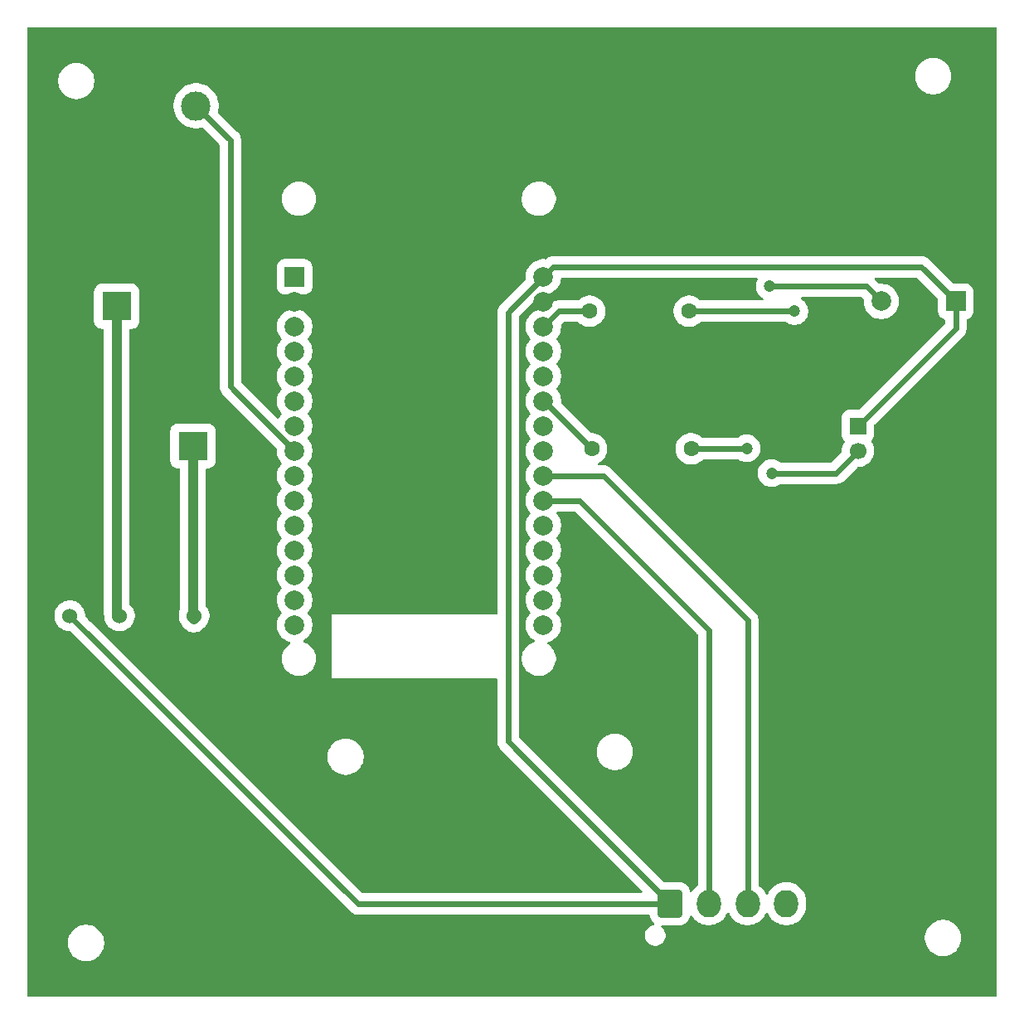
<source format=gbr>
%TF.GenerationSoftware,KiCad,Pcbnew,9.0.2*%
%TF.CreationDate,2025-07-16T12:37:39-05:00*%
%TF.ProjectId,Bast_n guiador con detecci_n,42617374-f36e-4206-9775-6961646f7220,rev?*%
%TF.SameCoordinates,Original*%
%TF.FileFunction,Copper,L2,Bot*%
%TF.FilePolarity,Positive*%
%FSLAX46Y46*%
G04 Gerber Fmt 4.6, Leading zero omitted, Abs format (unit mm)*
G04 Created by KiCad (PCBNEW 9.0.2) date 2025-07-16 12:37:39*
%MOMM*%
%LPD*%
G01*
G04 APERTURE LIST*
G04 Aperture macros list*
%AMRoundRect*
0 Rectangle with rounded corners*
0 $1 Rounding radius*
0 $2 $3 $4 $5 $6 $7 $8 $9 X,Y pos of 4 corners*
0 Add a 4 corners polygon primitive as box body*
4,1,4,$2,$3,$4,$5,$6,$7,$8,$9,$2,$3,0*
0 Add four circle primitives for the rounded corners*
1,1,$1+$1,$2,$3*
1,1,$1+$1,$4,$5*
1,1,$1+$1,$6,$7*
1,1,$1+$1,$8,$9*
0 Add four rect primitives between the rounded corners*
20,1,$1+$1,$2,$3,$4,$5,0*
20,1,$1+$1,$4,$5,$6,$7,0*
20,1,$1+$1,$6,$7,$8,$9,0*
20,1,$1+$1,$8,$9,$2,$3,0*%
G04 Aperture macros list end*
%TA.AperFunction,ComponentPad*%
%ADD10C,1.524000*%
%TD*%
%TA.AperFunction,ComponentPad*%
%ADD11O,1.200000X1.600000*%
%TD*%
%TA.AperFunction,ComponentPad*%
%ADD12C,1.200000*%
%TD*%
%TA.AperFunction,ComponentPad*%
%ADD13R,1.700000X1.700000*%
%TD*%
%TA.AperFunction,ComponentPad*%
%ADD14C,1.700000*%
%TD*%
%TA.AperFunction,ComponentPad*%
%ADD15C,1.600000*%
%TD*%
%TA.AperFunction,ComponentPad*%
%ADD16C,2.000000*%
%TD*%
%TA.AperFunction,ComponentPad*%
%ADD17R,2.000000X2.000000*%
%TD*%
%TA.AperFunction,ComponentPad*%
%ADD18C,3.000000*%
%TD*%
%TA.AperFunction,ComponentPad*%
%ADD19R,3.000000X3.000000*%
%TD*%
%TA.AperFunction,ComponentPad*%
%ADD20O,2.460000X2.800000*%
%TD*%
%TA.AperFunction,ComponentPad*%
%ADD21RoundRect,0.250000X-0.980000X-1.150000X0.980000X-1.150000X0.980000X1.150000X-0.980000X1.150000X0*%
%TD*%
%TA.AperFunction,Conductor*%
%ADD22C,1.000000*%
%TD*%
%TA.AperFunction,Conductor*%
%ADD23C,0.600000*%
%TD*%
G04 APERTURE END LIST*
D10*
%TO.P,U1,6,OUT-5V*%
%TO.N,+5V*%
X71840000Y-81095000D03*
%TO.P,U1,5,GND*%
%TO.N,GND*%
X74380000Y-81095000D03*
%TO.P,U1,4,BAT*%
%TO.N,+BATT*%
X76920000Y-81095000D03*
%TO.P,U1,3,GND*%
%TO.N,GND*%
X79460000Y-81095000D03*
%TO.P,U1,2,GND*%
X82000000Y-81095000D03*
%TO.P,U1,1,VIN*%
%TO.N,VDC*%
X84540000Y-81095000D03*
%TD*%
D11*
%TO.P,Q1,1,E*%
%TO.N,GND*%
X143500000Y-61460000D03*
D12*
%TO.P,Q1,2,B*%
%TO.N,Net-(Q1-B)*%
X140960000Y-64000000D03*
%TO.P,Q1,3,C*%
%TO.N,Net-(M1--)*%
X143500000Y-66540000D03*
%TD*%
D13*
%TO.P,M1,1,+*%
%TO.N,+5V*%
X152315000Y-61725000D03*
D14*
%TO.P,M1,2,-*%
%TO.N,Net-(M1--)*%
X152315000Y-64265000D03*
%TD*%
D15*
%TO.P,R1,2*%
%TO.N,Net-(Q1-B)*%
X135280000Y-64040000D03*
%TO.P,R1,1*%
%TO.N,/motor*%
X125120000Y-64040000D03*
%TD*%
%TO.P,R2,1*%
%TO.N,/buzer*%
X124920000Y-50000000D03*
%TO.P,R2,2*%
%TO.N,Net-(Q2-B)*%
X135080000Y-50000000D03*
%TD*%
D16*
%TO.P,U2,16,EN*%
%TO.N,unconnected-(U2-EN-Pad16)*%
X120200000Y-82045000D03*
%TO.P,U2,17,VP*%
%TO.N,unconnected-(U2-VP-Pad17)*%
X120200000Y-79505000D03*
%TO.P,U2,18,VN*%
%TO.N,unconnected-(U2-VN-Pad18)*%
X120200000Y-76965000D03*
%TO.P,U2,19,D34*%
%TO.N,unconnected-(U2-D34-Pad19)*%
X120200000Y-74425000D03*
%TO.P,U2,20,D35*%
%TO.N,unconnected-(U2-D35-Pad20)*%
X120200000Y-71885000D03*
%TO.P,U2,21,D32*%
%TO.N,/trig*%
X120200000Y-69345000D03*
%TO.P,U2,22,D33*%
%TO.N,/echo*%
X120200000Y-66805000D03*
%TO.P,U2,23,D25*%
%TO.N,unconnected-(U2-D25-Pad23)*%
X120200000Y-64265000D03*
%TO.P,U2,24,D26*%
%TO.N,unconnected-(U2-D26-Pad24)*%
X120200000Y-61725000D03*
%TO.P,U2,25,D27*%
%TO.N,/motor*%
X120200000Y-59185000D03*
%TO.P,U2,26,D14*%
%TO.N,unconnected-(U2-D14-Pad26)*%
X120200000Y-56645000D03*
%TO.P,U2,27,D12*%
%TO.N,unconnected-(U2-D12-Pad27)*%
X120200000Y-54105000D03*
%TO.P,U2,28,D13*%
%TO.N,/buzer*%
X120200000Y-51565000D03*
%TO.P,U2,29,GND*%
%TO.N,GND*%
X120200000Y-49025000D03*
%TO.P,U2,30,VIN*%
%TO.N,+5V*%
X120200000Y-46485000D03*
%TO.P,U2,15,D23*%
%TO.N,unconnected-(U2-D23-Pad15)*%
X94800000Y-82045000D03*
%TO.P,U2,14,D22*%
%TO.N,unconnected-(U2-D22-Pad14)*%
X94800000Y-79505000D03*
%TO.P,U2,13,TX0*%
%TO.N,unconnected-(U2-TX0-Pad13)*%
X94800000Y-76965000D03*
%TO.P,U2,12,RX0*%
%TO.N,unconnected-(U2-RX0-Pad12)*%
X94800000Y-74425000D03*
%TO.P,U2,11,D21*%
%TO.N,unconnected-(U2-D21-Pad11)*%
X94800000Y-71885000D03*
%TO.P,U2,10,D19*%
%TO.N,unconnected-(U2-D19-Pad10)*%
X94800000Y-69345000D03*
%TO.P,U2,9,D18*%
%TO.N,unconnected-(U2-D18-Pad9)*%
X94800000Y-66805000D03*
%TO.P,U2,8,D5*%
%TO.N,/pul*%
X94800000Y-64265000D03*
%TO.P,U2,7,TX2*%
%TO.N,unconnected-(U2-TX2-Pad7)*%
X94800000Y-61725000D03*
%TO.P,U2,6,RX2*%
%TO.N,unconnected-(U2-RX2-Pad6)*%
X94800000Y-59185000D03*
%TO.P,U2,5,D4*%
%TO.N,unconnected-(U2-D4-Pad5)*%
X94800000Y-56645000D03*
%TO.P,U2,4,D2*%
%TO.N,unconnected-(U2-D2-Pad4)*%
X94800000Y-54105000D03*
%TO.P,U2,3,D15*%
%TO.N,unconnected-(U2-D15-Pad3)*%
X94800000Y-51565000D03*
%TO.P,U2,2,GND*%
%TO.N,GND*%
X94800000Y-49025000D03*
D17*
%TO.P,U2,1,3V3*%
%TO.N,unconnected-(U2-3V3-Pad1)*%
X94800000Y-46485000D03*
%TD*%
D18*
%TO.P,J2,2,Pin_2*%
%TO.N,GND*%
X80527500Y-63750000D03*
D19*
%TO.P,J2,1,Pin_1*%
%TO.N,VDC*%
X84407500Y-63750000D03*
%TD*%
%TO.P,J3,1,Pin_1*%
%TO.N,+BATT*%
X76620000Y-49500000D03*
D18*
%TO.P,J3,2,Pin_2*%
%TO.N,GND*%
X80500000Y-49500000D03*
%TD*%
D17*
%TO.P,BZ1,1,+*%
%TO.N,+5V*%
X162300000Y-49000000D03*
D16*
%TO.P,BZ1,2,-*%
%TO.N,Net-(BZ1--)*%
X154700000Y-49000000D03*
%TD*%
D20*
%TO.P,J1,5,Pin_5*%
%TO.N,GND*%
X148960000Y-110500000D03*
%TO.P,J1,4,Pin_4*%
%TO.N,unconnected-(J1-Pin_4-Pad4)*%
X145000000Y-110500000D03*
%TO.P,J1,3,Pin_3*%
%TO.N,/echo*%
X141040000Y-110500000D03*
%TO.P,J1,2,Pin_2*%
%TO.N,/trig*%
X137080000Y-110500000D03*
D21*
%TO.P,J1,1,Pin_1*%
%TO.N,+5V*%
X133120000Y-110500000D03*
%TD*%
D12*
%TO.P,Q2,3,C*%
%TO.N,Net-(BZ1--)*%
X143300000Y-47460000D03*
%TO.P,Q2,2,B*%
%TO.N,Net-(Q2-B)*%
X145840000Y-50000000D03*
D11*
%TO.P,Q2,1,E*%
%TO.N,GND*%
X143300000Y-52540000D03*
%TD*%
D19*
%TO.P,J4,1,Pin_1*%
%TO.N,GND*%
X80852500Y-29025000D03*
D18*
%TO.P,J4,2,Pin_2*%
%TO.N,/pul*%
X84732500Y-29025000D03*
%TD*%
D22*
%TO.N,+BATT*%
X76620000Y-80795000D02*
X76920000Y-81095000D01*
X76620000Y-49500000D02*
X76620000Y-80795000D01*
D23*
%TO.N,+5V*%
X162300000Y-51740000D02*
X152315000Y-61725000D01*
X162300000Y-49000000D02*
X162300000Y-51740000D01*
X158785000Y-45485000D02*
X162300000Y-49000000D01*
X121200000Y-45485000D02*
X158785000Y-45485000D01*
X120200000Y-46485000D02*
X121200000Y-45485000D01*
X116581000Y-50104000D02*
X120200000Y-46485000D01*
X116581000Y-93961000D02*
X116581000Y-50104000D01*
X133120000Y-110500000D02*
X116581000Y-93961000D01*
X101245000Y-110500000D02*
X71840000Y-81095000D01*
X133120000Y-110500000D02*
X101245000Y-110500000D01*
D22*
%TO.N,VDC*%
X84407500Y-81407500D02*
X84407500Y-63750000D01*
X84500000Y-81500000D02*
X84407500Y-81407500D01*
X84540000Y-81460000D02*
X84500000Y-81500000D01*
X84540000Y-81095000D02*
X84540000Y-81460000D01*
D23*
%TO.N,/motor*%
X120265000Y-59185000D02*
X120200000Y-59185000D01*
X125120000Y-64040000D02*
X120265000Y-59185000D01*
%TO.N,/trig*%
X123877835Y-69345000D02*
X120200000Y-69345000D01*
X137080000Y-82547165D02*
X123877835Y-69345000D01*
X137080000Y-110500000D02*
X137080000Y-82547165D01*
%TO.N,/echo*%
X126305000Y-66805000D02*
X120200000Y-66805000D01*
X141040000Y-81540000D02*
X126305000Y-66805000D01*
X141040000Y-110500000D02*
X141040000Y-81540000D01*
%TO.N,Net-(M1--)*%
X148580000Y-66540000D02*
X150080000Y-66540000D01*
X150080000Y-66540000D02*
X152315000Y-64305000D01*
X143500000Y-66540000D02*
X148580000Y-66540000D01*
%TO.N,Net-(Q1-B)*%
X140920000Y-64040000D02*
X140960000Y-64000000D01*
X135280000Y-64040000D02*
X140920000Y-64040000D01*
%TO.N,Net-(BZ1--)*%
X143300000Y-47460000D02*
X153160000Y-47460000D01*
X153160000Y-47460000D02*
X154700000Y-49000000D01*
%TO.N,/buzer*%
X121765000Y-50000000D02*
X120200000Y-51565000D01*
X124920000Y-50000000D02*
X121765000Y-50000000D01*
%TO.N,Net-(Q2-B)*%
X135080000Y-50000000D02*
X145840000Y-50000000D01*
%TO.N,/pul*%
X88230000Y-32522500D02*
X84732500Y-29025000D01*
X88230000Y-57695000D02*
X88230000Y-32522500D01*
X94800000Y-64265000D02*
X88230000Y-57695000D01*
%TO.N,Net-(Q2-B)*%
X145790000Y-50050000D02*
X145840000Y-50000000D01*
%TD*%
%TA.AperFunction,Conductor*%
%TO.N,GND*%
G36*
X166442539Y-21020185D02*
G01*
X166488294Y-21072989D01*
X166499500Y-21124500D01*
X166499500Y-119875500D01*
X166479815Y-119942539D01*
X166427011Y-119988294D01*
X166375500Y-119999500D01*
X67624500Y-119999500D01*
X67557461Y-119979815D01*
X67511706Y-119927011D01*
X67500500Y-119875500D01*
X67500500Y-114378711D01*
X71649500Y-114378711D01*
X71649500Y-114621288D01*
X71681161Y-114861785D01*
X71743947Y-115096104D01*
X71796400Y-115222736D01*
X71836776Y-115320212D01*
X71958064Y-115530289D01*
X71958066Y-115530292D01*
X71958067Y-115530293D01*
X72105733Y-115722736D01*
X72105739Y-115722743D01*
X72277256Y-115894260D01*
X72277262Y-115894265D01*
X72469711Y-116041936D01*
X72679788Y-116163224D01*
X72903900Y-116256054D01*
X73138211Y-116318838D01*
X73318586Y-116342584D01*
X73378711Y-116350500D01*
X73378712Y-116350500D01*
X73621289Y-116350500D01*
X73669388Y-116344167D01*
X73861789Y-116318838D01*
X74096100Y-116256054D01*
X74320212Y-116163224D01*
X74530289Y-116041936D01*
X74722738Y-115894265D01*
X74894265Y-115722738D01*
X75041936Y-115530289D01*
X75163224Y-115320212D01*
X75256054Y-115096100D01*
X75318838Y-114861789D01*
X75350500Y-114621288D01*
X75350500Y-114378712D01*
X75318838Y-114138211D01*
X75256054Y-113903900D01*
X75163224Y-113679788D01*
X75041936Y-113469711D01*
X74894265Y-113277262D01*
X74894260Y-113277256D01*
X74722743Y-113105739D01*
X74722736Y-113105733D01*
X74530293Y-112958067D01*
X74530292Y-112958066D01*
X74530289Y-112958064D01*
X74320212Y-112836776D01*
X74320205Y-112836773D01*
X74096104Y-112743947D01*
X73861785Y-112681161D01*
X73621289Y-112649500D01*
X73621288Y-112649500D01*
X73378712Y-112649500D01*
X73378711Y-112649500D01*
X73138214Y-112681161D01*
X72903895Y-112743947D01*
X72679794Y-112836773D01*
X72679785Y-112836777D01*
X72469706Y-112958067D01*
X72277263Y-113105733D01*
X72277256Y-113105739D01*
X72105739Y-113277256D01*
X72105733Y-113277263D01*
X71958067Y-113469706D01*
X71836777Y-113679785D01*
X71836773Y-113679794D01*
X71743947Y-113903895D01*
X71681161Y-114138214D01*
X71649500Y-114378711D01*
X67500500Y-114378711D01*
X67500500Y-80972029D01*
X70277500Y-80972029D01*
X70277500Y-81217971D01*
X70287689Y-81282299D01*
X70315974Y-81460887D01*
X70391972Y-81694789D01*
X70391973Y-81694792D01*
X70503632Y-81913932D01*
X70648185Y-82112894D01*
X70648189Y-82112899D01*
X70822100Y-82286810D01*
X70822105Y-82286814D01*
X70973778Y-82397010D01*
X71021071Y-82431370D01*
X71164322Y-82504360D01*
X71240207Y-82543026D01*
X71240210Y-82543027D01*
X71357161Y-82581026D01*
X71474114Y-82619026D01*
X71717029Y-82657500D01*
X71794796Y-82657500D01*
X71861835Y-82677185D01*
X71882477Y-82693819D01*
X100405586Y-111216928D01*
X100528072Y-111339414D01*
X100668212Y-111441232D01*
X100822555Y-111519873D01*
X100987299Y-111573402D01*
X101158389Y-111600500D01*
X130967155Y-111600500D01*
X131034194Y-111620185D01*
X131079949Y-111672989D01*
X131090558Y-111712346D01*
X131104699Y-111855932D01*
X131104700Y-111855934D01*
X131164768Y-112053954D01*
X131262315Y-112236450D01*
X131262317Y-112236452D01*
X131393589Y-112396410D01*
X131468716Y-112458064D01*
X131512176Y-112493730D01*
X131551511Y-112551476D01*
X131553382Y-112621320D01*
X131517195Y-112681089D01*
X131457704Y-112711201D01*
X131313585Y-112739868D01*
X131313579Y-112739870D01*
X131122403Y-112819058D01*
X130950342Y-112934024D01*
X130804024Y-113080342D01*
X130689058Y-113252403D01*
X130609870Y-113443579D01*
X130609868Y-113443587D01*
X130569500Y-113646530D01*
X130569500Y-113853469D01*
X130609868Y-114056412D01*
X130609870Y-114056420D01*
X130689058Y-114247596D01*
X130804024Y-114419657D01*
X130950342Y-114565975D01*
X130950345Y-114565977D01*
X131122402Y-114680941D01*
X131313580Y-114760130D01*
X131516530Y-114800499D01*
X131516534Y-114800500D01*
X131516535Y-114800500D01*
X131723466Y-114800500D01*
X131723467Y-114800499D01*
X131926420Y-114760130D01*
X132117598Y-114680941D01*
X132289655Y-114565977D01*
X132435977Y-114419655D01*
X132550941Y-114247598D01*
X132630130Y-114056420D01*
X132665478Y-113878711D01*
X159149500Y-113878711D01*
X159149500Y-114121288D01*
X159181161Y-114361785D01*
X159243947Y-114596104D01*
X159328611Y-114800500D01*
X159336776Y-114820212D01*
X159458064Y-115030289D01*
X159458066Y-115030292D01*
X159458067Y-115030293D01*
X159605733Y-115222736D01*
X159605739Y-115222743D01*
X159777256Y-115394260D01*
X159777262Y-115394265D01*
X159969711Y-115541936D01*
X160179788Y-115663224D01*
X160403900Y-115756054D01*
X160638211Y-115818838D01*
X160818586Y-115842584D01*
X160878711Y-115850500D01*
X160878712Y-115850500D01*
X161121289Y-115850500D01*
X161169388Y-115844167D01*
X161361789Y-115818838D01*
X161596100Y-115756054D01*
X161820212Y-115663224D01*
X162030289Y-115541936D01*
X162222738Y-115394265D01*
X162394265Y-115222738D01*
X162541936Y-115030289D01*
X162663224Y-114820212D01*
X162756054Y-114596100D01*
X162818838Y-114361789D01*
X162850500Y-114121288D01*
X162850500Y-113878712D01*
X162818838Y-113638211D01*
X162756054Y-113403900D01*
X162663224Y-113179788D01*
X162541936Y-112969711D01*
X162394265Y-112777262D01*
X162394260Y-112777256D01*
X162222743Y-112605739D01*
X162222736Y-112605733D01*
X162030293Y-112458067D01*
X162030292Y-112458066D01*
X162030289Y-112458064D01*
X161820212Y-112336776D01*
X161820205Y-112336773D01*
X161596104Y-112243947D01*
X161431667Y-112199886D01*
X161361789Y-112181162D01*
X161361788Y-112181161D01*
X161361785Y-112181161D01*
X161121289Y-112149500D01*
X161121288Y-112149500D01*
X160878712Y-112149500D01*
X160878711Y-112149500D01*
X160638214Y-112181161D01*
X160403895Y-112243947D01*
X160179794Y-112336773D01*
X160179785Y-112336777D01*
X159969706Y-112458067D01*
X159777263Y-112605733D01*
X159777256Y-112605739D01*
X159605739Y-112777256D01*
X159605733Y-112777263D01*
X159458067Y-112969706D01*
X159336777Y-113179785D01*
X159336773Y-113179794D01*
X159243947Y-113403895D01*
X159181161Y-113638214D01*
X159149500Y-113878711D01*
X132665478Y-113878711D01*
X132670500Y-113853465D01*
X132670500Y-113646535D01*
X132630130Y-113443580D01*
X132550941Y-113252402D01*
X132435977Y-113080345D01*
X132435975Y-113080342D01*
X132289658Y-112934025D01*
X132289654Y-112934022D01*
X132280046Y-112927602D01*
X132235241Y-112873989D01*
X132226534Y-112804664D01*
X132256689Y-112741637D01*
X132316132Y-112704918D01*
X132348937Y-112700500D01*
X134151605Y-112700500D01*
X134151608Y-112700500D01*
X134305934Y-112685300D01*
X134503954Y-112625232D01*
X134686450Y-112527685D01*
X134846410Y-112396410D01*
X134977685Y-112236450D01*
X135075232Y-112053954D01*
X135135300Y-111855934D01*
X135138974Y-111818630D01*
X135165135Y-111753844D01*
X135222169Y-111713485D01*
X135291969Y-111710368D01*
X135352374Y-111745482D01*
X135369763Y-111768784D01*
X135388078Y-111800506D01*
X135388081Y-111800510D01*
X135388085Y-111800516D01*
X135550114Y-112011674D01*
X135550122Y-112011683D01*
X135738317Y-112199878D01*
X135738325Y-112199885D01*
X135738326Y-112199886D01*
X135795746Y-112243946D01*
X135949483Y-112361914D01*
X135949486Y-112361916D01*
X135949494Y-112361922D01*
X136180006Y-112495008D01*
X136180011Y-112495010D01*
X136180017Y-112495013D01*
X136425909Y-112596864D01*
X136425911Y-112596864D01*
X136425917Y-112596867D01*
X136683019Y-112665758D01*
X136880940Y-112691814D01*
X136946913Y-112700500D01*
X136946914Y-112700500D01*
X137213087Y-112700500D01*
X137265865Y-112693551D01*
X137476981Y-112665758D01*
X137734083Y-112596867D01*
X137979994Y-112495008D01*
X138210506Y-112361922D01*
X138421674Y-112199886D01*
X138421678Y-112199881D01*
X138421683Y-112199878D01*
X138609878Y-112011683D01*
X138609881Y-112011678D01*
X138609886Y-112011674D01*
X138771922Y-111800506D01*
X138905008Y-111569994D01*
X138925769Y-111519873D01*
X138945439Y-111472385D01*
X138989279Y-111417981D01*
X139055573Y-111395916D01*
X139123273Y-111413195D01*
X139170884Y-111464332D01*
X139174561Y-111472385D01*
X139214986Y-111569982D01*
X139214993Y-111569996D01*
X139243970Y-111620185D01*
X139348078Y-111800506D01*
X139348081Y-111800510D01*
X139348085Y-111800516D01*
X139510114Y-112011674D01*
X139510122Y-112011683D01*
X139698317Y-112199878D01*
X139698325Y-112199885D01*
X139698326Y-112199886D01*
X139755746Y-112243946D01*
X139909483Y-112361914D01*
X139909486Y-112361916D01*
X139909494Y-112361922D01*
X140140006Y-112495008D01*
X140140011Y-112495010D01*
X140140017Y-112495013D01*
X140385909Y-112596864D01*
X140385911Y-112596864D01*
X140385917Y-112596867D01*
X140643019Y-112665758D01*
X140840940Y-112691814D01*
X140906913Y-112700500D01*
X140906914Y-112700500D01*
X141173087Y-112700500D01*
X141225865Y-112693551D01*
X141436981Y-112665758D01*
X141694083Y-112596867D01*
X141939994Y-112495008D01*
X142170506Y-112361922D01*
X142381674Y-112199886D01*
X142381678Y-112199881D01*
X142381683Y-112199878D01*
X142569878Y-112011683D01*
X142569881Y-112011678D01*
X142569886Y-112011674D01*
X142731922Y-111800506D01*
X142865008Y-111569994D01*
X142885769Y-111519873D01*
X142905439Y-111472385D01*
X142949279Y-111417981D01*
X143015573Y-111395916D01*
X143083273Y-111413195D01*
X143130884Y-111464332D01*
X143134561Y-111472385D01*
X143174986Y-111569982D01*
X143174993Y-111569996D01*
X143203970Y-111620185D01*
X143308078Y-111800506D01*
X143308081Y-111800510D01*
X143308085Y-111800516D01*
X143470114Y-112011674D01*
X143470122Y-112011683D01*
X143658317Y-112199878D01*
X143658325Y-112199885D01*
X143658326Y-112199886D01*
X143715746Y-112243946D01*
X143869483Y-112361914D01*
X143869486Y-112361916D01*
X143869494Y-112361922D01*
X144100006Y-112495008D01*
X144100011Y-112495010D01*
X144100017Y-112495013D01*
X144345909Y-112596864D01*
X144345911Y-112596864D01*
X144345917Y-112596867D01*
X144603019Y-112665758D01*
X144800940Y-112691814D01*
X144866913Y-112700500D01*
X144866914Y-112700500D01*
X145133087Y-112700500D01*
X145185865Y-112693551D01*
X145396981Y-112665758D01*
X145654083Y-112596867D01*
X145899994Y-112495008D01*
X146130506Y-112361922D01*
X146341674Y-112199886D01*
X146341678Y-112199881D01*
X146341683Y-112199878D01*
X146529878Y-112011683D01*
X146529881Y-112011678D01*
X146529886Y-112011674D01*
X146691922Y-111800506D01*
X146825008Y-111569994D01*
X146926867Y-111324083D01*
X146995758Y-111066981D01*
X147030500Y-110803086D01*
X147030500Y-110196914D01*
X146995758Y-109933019D01*
X146926867Y-109675917D01*
X146897113Y-109604083D01*
X146825013Y-109430017D01*
X146825010Y-109430011D01*
X146825008Y-109430006D01*
X146691922Y-109199494D01*
X146682963Y-109187819D01*
X146529885Y-108988325D01*
X146529878Y-108988317D01*
X146341683Y-108800122D01*
X146341674Y-108800114D01*
X146130516Y-108638085D01*
X146130510Y-108638081D01*
X146130506Y-108638078D01*
X146057365Y-108595850D01*
X145899996Y-108504993D01*
X145899982Y-108504986D01*
X145654090Y-108403135D01*
X145396977Y-108334241D01*
X145133087Y-108299500D01*
X145133086Y-108299500D01*
X144866914Y-108299500D01*
X144866913Y-108299500D01*
X144603022Y-108334241D01*
X144345909Y-108403135D01*
X144100017Y-108504986D01*
X144100003Y-108504993D01*
X143869500Y-108638074D01*
X143869483Y-108638085D01*
X143658325Y-108800114D01*
X143470114Y-108988325D01*
X143308085Y-109199483D01*
X143308074Y-109199500D01*
X143174993Y-109430003D01*
X143174986Y-109430017D01*
X143134561Y-109527614D01*
X143090720Y-109582018D01*
X143024426Y-109604083D01*
X142956727Y-109586804D01*
X142909116Y-109535667D01*
X142905439Y-109527614D01*
X142865013Y-109430017D01*
X142865010Y-109430011D01*
X142865008Y-109430006D01*
X142731922Y-109199494D01*
X142722963Y-109187819D01*
X142569885Y-108988325D01*
X142569878Y-108988317D01*
X142381683Y-108800122D01*
X142381674Y-108800114D01*
X142189013Y-108652278D01*
X142147811Y-108595850D01*
X142140500Y-108553903D01*
X142140500Y-81453389D01*
X142113402Y-81282302D01*
X142113402Y-81282299D01*
X142059873Y-81117555D01*
X141981232Y-80963212D01*
X141879414Y-80823072D01*
X141756928Y-80700586D01*
X127021928Y-65965586D01*
X126881788Y-65863768D01*
X126727445Y-65785127D01*
X126562701Y-65731598D01*
X126562699Y-65731597D01*
X126562698Y-65731597D01*
X126431271Y-65710781D01*
X126391611Y-65704500D01*
X126391610Y-65704500D01*
X125895136Y-65704500D01*
X125828097Y-65684815D01*
X125782342Y-65632011D01*
X125772398Y-65562853D01*
X125801423Y-65499297D01*
X125838841Y-65470015D01*
X125958845Y-65408870D01*
X126162656Y-65260793D01*
X126340793Y-65082656D01*
X126488870Y-64878845D01*
X126603241Y-64654379D01*
X126681090Y-64414785D01*
X126720500Y-64165962D01*
X126720500Y-63914038D01*
X133679500Y-63914038D01*
X133679500Y-64165961D01*
X133718910Y-64414785D01*
X133796760Y-64654383D01*
X133911132Y-64878848D01*
X134059201Y-65082649D01*
X134059205Y-65082654D01*
X134237345Y-65260794D01*
X134237350Y-65260798D01*
X134382170Y-65366015D01*
X134441155Y-65408870D01*
X134561159Y-65470015D01*
X134665616Y-65523239D01*
X134665618Y-65523239D01*
X134665621Y-65523241D01*
X134905215Y-65601090D01*
X135154038Y-65640500D01*
X135154039Y-65640500D01*
X135405961Y-65640500D01*
X135405962Y-65640500D01*
X135654785Y-65601090D01*
X135894379Y-65523241D01*
X136118845Y-65408870D01*
X136322656Y-65260793D01*
X136406630Y-65176819D01*
X136467953Y-65143334D01*
X136494311Y-65140500D01*
X140106800Y-65140500D01*
X140173839Y-65160185D01*
X140179685Y-65164182D01*
X140197079Y-65176819D01*
X140225978Y-65197815D01*
X140349578Y-65260793D01*
X140422393Y-65297895D01*
X140422396Y-65297896D01*
X140527221Y-65331955D01*
X140632049Y-65366015D01*
X140849778Y-65400500D01*
X140849779Y-65400500D01*
X141070221Y-65400500D01*
X141070222Y-65400500D01*
X141287951Y-65366015D01*
X141497606Y-65297895D01*
X141694022Y-65197815D01*
X141872365Y-65068242D01*
X142028242Y-64912365D01*
X142157815Y-64734022D01*
X142257895Y-64537606D01*
X142326015Y-64327951D01*
X142360500Y-64110222D01*
X142360500Y-63889778D01*
X142326015Y-63672049D01*
X142257895Y-63462394D01*
X142257895Y-63462393D01*
X142223237Y-63394375D01*
X142157815Y-63265978D01*
X142138198Y-63238977D01*
X142028247Y-63087641D01*
X142028243Y-63087636D01*
X141872363Y-62931756D01*
X141872358Y-62931752D01*
X141694025Y-62802187D01*
X141694024Y-62802186D01*
X141694022Y-62802185D01*
X141631096Y-62770122D01*
X141497606Y-62702104D01*
X141497603Y-62702103D01*
X141287952Y-62633985D01*
X141179086Y-62616742D01*
X141070222Y-62599500D01*
X140849778Y-62599500D01*
X140777201Y-62610995D01*
X140632047Y-62633985D01*
X140422396Y-62702103D01*
X140422393Y-62702104D01*
X140225974Y-62802187D01*
X140069573Y-62915818D01*
X140003766Y-62939298D01*
X139996688Y-62939500D01*
X136494311Y-62939500D01*
X136427272Y-62919815D01*
X136406630Y-62903181D01*
X136322654Y-62819205D01*
X136322649Y-62819201D01*
X136118848Y-62671132D01*
X136118847Y-62671131D01*
X136118845Y-62671130D01*
X136018418Y-62619960D01*
X135894383Y-62556760D01*
X135654785Y-62478910D01*
X135647669Y-62477783D01*
X135405962Y-62439500D01*
X135154038Y-62439500D01*
X135048858Y-62456159D01*
X134905214Y-62478910D01*
X134665616Y-62556760D01*
X134441151Y-62671132D01*
X134237350Y-62819201D01*
X134237345Y-62819205D01*
X134059205Y-62997345D01*
X134059201Y-62997350D01*
X133911132Y-63201151D01*
X133796760Y-63425616D01*
X133718910Y-63665214D01*
X133679500Y-63914038D01*
X126720500Y-63914038D01*
X126681090Y-63665215D01*
X126603241Y-63425621D01*
X126603239Y-63425618D01*
X126603239Y-63425616D01*
X126558709Y-63338222D01*
X126488870Y-63201155D01*
X126469952Y-63175117D01*
X126340798Y-62997350D01*
X126340794Y-62997345D01*
X126162654Y-62819205D01*
X126162649Y-62819201D01*
X125958848Y-62671132D01*
X125958847Y-62671131D01*
X125958845Y-62671130D01*
X125858418Y-62619960D01*
X125734383Y-62556760D01*
X125494785Y-62478910D01*
X125487669Y-62477783D01*
X125245962Y-62439500D01*
X125245961Y-62439500D01*
X125127204Y-62439500D01*
X125060165Y-62419815D01*
X125039523Y-62403181D01*
X122036466Y-59400124D01*
X122002981Y-59338801D01*
X122000619Y-59307071D01*
X122000500Y-59307071D01*
X122000500Y-59305467D01*
X122000414Y-59304312D01*
X122000498Y-59303018D01*
X122000500Y-59303011D01*
X122000500Y-59066989D01*
X121969693Y-58832986D01*
X121908606Y-58605007D01*
X121818284Y-58386951D01*
X121818282Y-58386948D01*
X121818280Y-58386943D01*
X121776118Y-58313918D01*
X121700273Y-58182550D01*
X121650316Y-58117445D01*
X121554121Y-57992080D01*
X121555286Y-57991185D01*
X121528469Y-57933381D01*
X121537998Y-57864165D01*
X121554619Y-57838302D01*
X121554121Y-57837920D01*
X121608814Y-57766641D01*
X121700273Y-57647450D01*
X121818284Y-57443049D01*
X121908606Y-57224993D01*
X121969693Y-56997014D01*
X122000500Y-56763011D01*
X122000500Y-56526989D01*
X121969693Y-56292986D01*
X121908606Y-56065007D01*
X121818284Y-55846951D01*
X121818282Y-55846948D01*
X121818280Y-55846943D01*
X121776118Y-55773918D01*
X121700273Y-55642550D01*
X121667105Y-55599325D01*
X121554121Y-55452080D01*
X121555286Y-55451185D01*
X121528469Y-55393381D01*
X121537998Y-55324165D01*
X121554619Y-55298302D01*
X121554121Y-55297920D01*
X121608814Y-55226641D01*
X121700273Y-55107450D01*
X121818284Y-54903049D01*
X121908606Y-54684993D01*
X121969693Y-54457014D01*
X122000500Y-54223011D01*
X122000500Y-53986989D01*
X121969693Y-53752986D01*
X121908606Y-53525007D01*
X121818284Y-53306951D01*
X121818282Y-53306948D01*
X121818280Y-53306943D01*
X121776118Y-53233918D01*
X121700273Y-53102550D01*
X121667105Y-53059325D01*
X121554121Y-52912080D01*
X121555286Y-52911185D01*
X121528469Y-52853381D01*
X121537998Y-52784165D01*
X121554619Y-52758302D01*
X121554121Y-52757920D01*
X121608814Y-52686641D01*
X121700273Y-52567450D01*
X121818284Y-52363049D01*
X121908606Y-52144993D01*
X121969693Y-51917014D01*
X122000500Y-51683011D01*
X122000500Y-51446989D01*
X121993805Y-51396141D01*
X121994392Y-51392376D01*
X121993060Y-51388803D01*
X121999732Y-51358132D01*
X122004569Y-51327110D01*
X122007336Y-51323173D01*
X122007912Y-51320530D01*
X122029056Y-51292284D01*
X122184524Y-51136816D01*
X122245847Y-51103334D01*
X122272204Y-51100500D01*
X123705689Y-51100500D01*
X123772728Y-51120185D01*
X123793370Y-51136819D01*
X123877345Y-51220794D01*
X123877350Y-51220798D01*
X124018258Y-51323173D01*
X124081155Y-51368870D01*
X124224184Y-51441747D01*
X124305616Y-51483239D01*
X124305618Y-51483239D01*
X124305621Y-51483241D01*
X124545215Y-51561090D01*
X124794038Y-51600500D01*
X124794039Y-51600500D01*
X125045961Y-51600500D01*
X125045962Y-51600500D01*
X125294785Y-51561090D01*
X125534379Y-51483241D01*
X125758845Y-51368870D01*
X125962656Y-51220793D01*
X126140793Y-51042656D01*
X126288870Y-50838845D01*
X126403241Y-50614379D01*
X126481090Y-50374785D01*
X126520500Y-50125962D01*
X126520500Y-49874038D01*
X126481090Y-49625215D01*
X126403241Y-49385621D01*
X126403239Y-49385618D01*
X126403239Y-49385616D01*
X126342278Y-49265974D01*
X126288870Y-49161155D01*
X126235459Y-49087641D01*
X126140798Y-48957350D01*
X126140794Y-48957345D01*
X125962654Y-48779205D01*
X125962649Y-48779201D01*
X125758848Y-48631132D01*
X125758847Y-48631131D01*
X125758845Y-48631130D01*
X125668306Y-48584998D01*
X125534383Y-48516760D01*
X125294785Y-48438910D01*
X125175437Y-48420007D01*
X125045962Y-48399500D01*
X124794038Y-48399500D01*
X124669626Y-48419205D01*
X124545214Y-48438910D01*
X124305616Y-48516760D01*
X124081151Y-48631132D01*
X123877350Y-48779201D01*
X123877345Y-48779205D01*
X123793370Y-48863181D01*
X123732047Y-48896666D01*
X123705689Y-48899500D01*
X121851611Y-48899500D01*
X121678389Y-48899500D01*
X121592844Y-48913049D01*
X121507298Y-48926598D01*
X121342549Y-48980128D01*
X121188211Y-49058768D01*
X121108256Y-49116859D01*
X121048072Y-49160586D01*
X121048070Y-49160588D01*
X121048068Y-49160588D01*
X120472721Y-49735935D01*
X120411398Y-49769420D01*
X120368856Y-49771193D01*
X120318013Y-49764500D01*
X120318011Y-49764500D01*
X120081989Y-49764500D01*
X120081983Y-49764500D01*
X120081979Y-49764501D01*
X119847989Y-49795306D01*
X119620006Y-49856394D01*
X119401954Y-49946714D01*
X119401943Y-49946719D01*
X119197545Y-50064730D01*
X119010302Y-50208406D01*
X119010295Y-50208412D01*
X118843412Y-50375295D01*
X118843406Y-50375302D01*
X118699730Y-50562545D01*
X118581719Y-50766943D01*
X118581714Y-50766954D01*
X118491394Y-50985006D01*
X118430306Y-51212989D01*
X118405620Y-51400500D01*
X118399501Y-51446986D01*
X118399500Y-51446995D01*
X118399500Y-51683004D01*
X118399501Y-51683020D01*
X118430306Y-51917010D01*
X118491394Y-52144993D01*
X118581714Y-52363045D01*
X118581719Y-52363056D01*
X118635918Y-52456930D01*
X118699727Y-52567450D01*
X118699729Y-52567453D01*
X118699730Y-52567454D01*
X118845879Y-52757920D01*
X118844720Y-52758808D01*
X118871537Y-52816662D01*
X118861983Y-52885876D01*
X118845385Y-52911701D01*
X118845879Y-52912080D01*
X118699730Y-53102545D01*
X118581719Y-53306943D01*
X118581714Y-53306954D01*
X118491394Y-53525006D01*
X118430306Y-53752989D01*
X118399501Y-53986979D01*
X118399500Y-53986995D01*
X118399500Y-54223004D01*
X118399501Y-54223020D01*
X118430306Y-54457010D01*
X118491394Y-54684993D01*
X118581714Y-54903045D01*
X118581719Y-54903056D01*
X118652677Y-55025957D01*
X118699727Y-55107450D01*
X118699729Y-55107453D01*
X118699730Y-55107454D01*
X118845879Y-55297920D01*
X118844720Y-55298808D01*
X118871537Y-55356662D01*
X118861983Y-55425876D01*
X118845385Y-55451701D01*
X118845879Y-55452080D01*
X118699730Y-55642545D01*
X118581719Y-55846943D01*
X118581714Y-55846954D01*
X118491394Y-56065006D01*
X118430306Y-56292989D01*
X118399501Y-56526979D01*
X118399500Y-56526995D01*
X118399500Y-56763004D01*
X118399501Y-56763020D01*
X118430306Y-56997010D01*
X118491394Y-57224993D01*
X118581714Y-57443045D01*
X118581719Y-57443056D01*
X118652677Y-57565957D01*
X118699727Y-57647450D01*
X118699729Y-57647453D01*
X118699730Y-57647454D01*
X118845879Y-57837920D01*
X118844720Y-57838808D01*
X118871537Y-57896662D01*
X118861983Y-57965876D01*
X118845385Y-57991701D01*
X118845879Y-57992080D01*
X118699730Y-58182545D01*
X118581719Y-58386943D01*
X118581714Y-58386954D01*
X118491394Y-58605006D01*
X118430306Y-58832989D01*
X118399501Y-59066979D01*
X118399500Y-59066995D01*
X118399500Y-59303004D01*
X118399501Y-59303020D01*
X118430306Y-59537010D01*
X118491394Y-59764993D01*
X118581714Y-59983045D01*
X118581719Y-59983056D01*
X118643251Y-60089631D01*
X118699727Y-60187450D01*
X118699729Y-60187453D01*
X118699730Y-60187454D01*
X118845879Y-60377920D01*
X118844720Y-60378808D01*
X118871537Y-60436662D01*
X118861983Y-60505876D01*
X118845385Y-60531701D01*
X118845879Y-60532080D01*
X118699730Y-60722545D01*
X118581719Y-60926943D01*
X118581714Y-60926954D01*
X118491394Y-61145006D01*
X118430306Y-61372989D01*
X118399501Y-61606979D01*
X118399500Y-61606995D01*
X118399500Y-61843004D01*
X118399501Y-61843020D01*
X118430306Y-62077010D01*
X118491394Y-62304993D01*
X118581714Y-62523045D01*
X118581719Y-62523056D01*
X118645765Y-62633985D01*
X118699727Y-62727450D01*
X118699729Y-62727453D01*
X118699730Y-62727454D01*
X118845879Y-62917920D01*
X118844720Y-62918808D01*
X118871537Y-62976662D01*
X118861983Y-63045876D01*
X118845385Y-63071701D01*
X118845879Y-63072080D01*
X118699730Y-63262545D01*
X118581719Y-63466943D01*
X118581714Y-63466954D01*
X118491394Y-63685006D01*
X118430306Y-63912989D01*
X118399501Y-64146979D01*
X118399500Y-64146995D01*
X118399500Y-64383004D01*
X118399501Y-64383020D01*
X118430306Y-64617010D01*
X118491394Y-64844993D01*
X118581714Y-65063045D01*
X118581719Y-65063056D01*
X118640105Y-65164182D01*
X118699727Y-65267450D01*
X118699729Y-65267453D01*
X118699730Y-65267454D01*
X118845879Y-65457920D01*
X118844720Y-65458808D01*
X118871537Y-65516662D01*
X118861983Y-65585876D01*
X118845385Y-65611701D01*
X118845879Y-65612080D01*
X118699730Y-65802545D01*
X118581719Y-66006943D01*
X118581714Y-66006954D01*
X118491394Y-66225006D01*
X118430306Y-66452989D01*
X118399501Y-66686979D01*
X118399500Y-66686995D01*
X118399500Y-66923004D01*
X118399501Y-66923020D01*
X118430306Y-67157010D01*
X118491394Y-67384993D01*
X118581714Y-67603045D01*
X118581719Y-67603056D01*
X118617011Y-67664182D01*
X118699727Y-67807450D01*
X118699729Y-67807453D01*
X118699730Y-67807454D01*
X118845879Y-67997920D01*
X118844720Y-67998808D01*
X118871537Y-68056662D01*
X118861983Y-68125876D01*
X118845385Y-68151701D01*
X118845879Y-68152080D01*
X118699730Y-68342545D01*
X118581719Y-68546943D01*
X118581714Y-68546954D01*
X118491394Y-68765006D01*
X118430306Y-68992989D01*
X118399501Y-69226979D01*
X118399500Y-69226995D01*
X118399500Y-69463004D01*
X118399501Y-69463020D01*
X118430306Y-69697010D01*
X118491394Y-69924993D01*
X118581714Y-70143045D01*
X118581719Y-70143056D01*
X118652677Y-70265957D01*
X118699727Y-70347450D01*
X118699729Y-70347453D01*
X118699730Y-70347454D01*
X118845879Y-70537920D01*
X118844720Y-70538808D01*
X118871537Y-70596662D01*
X118861983Y-70665876D01*
X118845385Y-70691701D01*
X118845879Y-70692080D01*
X118699730Y-70882545D01*
X118581719Y-71086943D01*
X118581714Y-71086954D01*
X118491394Y-71305006D01*
X118430306Y-71532989D01*
X118399501Y-71766979D01*
X118399500Y-71766995D01*
X118399500Y-72003004D01*
X118399501Y-72003020D01*
X118430306Y-72237010D01*
X118491394Y-72464993D01*
X118581714Y-72683045D01*
X118581719Y-72683056D01*
X118652677Y-72805957D01*
X118699727Y-72887450D01*
X118699729Y-72887453D01*
X118699730Y-72887454D01*
X118845879Y-73077920D01*
X118844720Y-73078808D01*
X118871537Y-73136662D01*
X118861983Y-73205876D01*
X118845385Y-73231701D01*
X118845879Y-73232080D01*
X118699730Y-73422545D01*
X118581719Y-73626943D01*
X118581714Y-73626954D01*
X118491394Y-73845006D01*
X118430306Y-74072989D01*
X118399501Y-74306979D01*
X118399500Y-74306995D01*
X118399500Y-74543004D01*
X118399501Y-74543020D01*
X118430306Y-74777010D01*
X118491394Y-75004993D01*
X118581714Y-75223045D01*
X118581719Y-75223056D01*
X118652677Y-75345957D01*
X118699727Y-75427450D01*
X118699729Y-75427453D01*
X118699730Y-75427454D01*
X118845879Y-75617920D01*
X118844720Y-75618808D01*
X118871537Y-75676662D01*
X118861983Y-75745876D01*
X118845385Y-75771701D01*
X118845879Y-75772080D01*
X118699730Y-75962545D01*
X118581719Y-76166943D01*
X118581714Y-76166954D01*
X118491394Y-76385006D01*
X118430306Y-76612989D01*
X118399501Y-76846979D01*
X118399500Y-76846995D01*
X118399500Y-77083004D01*
X118399501Y-77083020D01*
X118430306Y-77317010D01*
X118491394Y-77544993D01*
X118581714Y-77763045D01*
X118581719Y-77763056D01*
X118652677Y-77885957D01*
X118699727Y-77967450D01*
X118699729Y-77967453D01*
X118699730Y-77967454D01*
X118845879Y-78157920D01*
X118844720Y-78158808D01*
X118871537Y-78216662D01*
X118861983Y-78285876D01*
X118845385Y-78311701D01*
X118845879Y-78312080D01*
X118699730Y-78502545D01*
X118581719Y-78706943D01*
X118581714Y-78706954D01*
X118491394Y-78925006D01*
X118430306Y-79152989D01*
X118399501Y-79386979D01*
X118399500Y-79386995D01*
X118399500Y-79623004D01*
X118399501Y-79623020D01*
X118417354Y-79758632D01*
X118430307Y-79857014D01*
X118442679Y-79903185D01*
X118491394Y-80084993D01*
X118581714Y-80303045D01*
X118581719Y-80303056D01*
X118652677Y-80425957D01*
X118699727Y-80507450D01*
X118699729Y-80507453D01*
X118699730Y-80507454D01*
X118845879Y-80697920D01*
X118844720Y-80698808D01*
X118871537Y-80756662D01*
X118861983Y-80825876D01*
X118845385Y-80851701D01*
X118845879Y-80852080D01*
X118699730Y-81042545D01*
X118581719Y-81246943D01*
X118581714Y-81246954D01*
X118491394Y-81465006D01*
X118430306Y-81692989D01*
X118399501Y-81926979D01*
X118399500Y-81926995D01*
X118399500Y-82163004D01*
X118399501Y-82163020D01*
X118430306Y-82397010D01*
X118491394Y-82624993D01*
X118581714Y-82843045D01*
X118581719Y-82843056D01*
X118652677Y-82965957D01*
X118699727Y-83047450D01*
X118699729Y-83047453D01*
X118699730Y-83047454D01*
X118843406Y-83234697D01*
X118843412Y-83234704D01*
X119010295Y-83401587D01*
X119010301Y-83401592D01*
X119197550Y-83545273D01*
X119246053Y-83573276D01*
X119294266Y-83623840D01*
X119307490Y-83692447D01*
X119281522Y-83757312D01*
X119224608Y-83797841D01*
X119216146Y-83800435D01*
X119166119Y-83813840D01*
X119166112Y-83813842D01*
X118954123Y-83901650D01*
X118954109Y-83901657D01*
X118755382Y-84016392D01*
X118573338Y-84156081D01*
X118411081Y-84318338D01*
X118271392Y-84500382D01*
X118156657Y-84699109D01*
X118156650Y-84699123D01*
X118068842Y-84911112D01*
X118009453Y-85132759D01*
X118009451Y-85132770D01*
X117979500Y-85360258D01*
X117979500Y-85589741D01*
X118004446Y-85779215D01*
X118009452Y-85817238D01*
X118009453Y-85817240D01*
X118068842Y-86038887D01*
X118156650Y-86250876D01*
X118156657Y-86250890D01*
X118271392Y-86449617D01*
X118411081Y-86631661D01*
X118411089Y-86631670D01*
X118573330Y-86793911D01*
X118573338Y-86793918D01*
X118755382Y-86933607D01*
X118755385Y-86933608D01*
X118755388Y-86933611D01*
X118954112Y-87048344D01*
X118954117Y-87048346D01*
X118954123Y-87048349D01*
X119045480Y-87086190D01*
X119166113Y-87136158D01*
X119387762Y-87195548D01*
X119615266Y-87225500D01*
X119615273Y-87225500D01*
X119844727Y-87225500D01*
X119844734Y-87225500D01*
X120072238Y-87195548D01*
X120293887Y-87136158D01*
X120505888Y-87048344D01*
X120704612Y-86933611D01*
X120886661Y-86793919D01*
X120886665Y-86793914D01*
X120886670Y-86793911D01*
X121048911Y-86631670D01*
X121048914Y-86631665D01*
X121048919Y-86631661D01*
X121188611Y-86449612D01*
X121303344Y-86250888D01*
X121391158Y-86038887D01*
X121450548Y-85817238D01*
X121480500Y-85589734D01*
X121480500Y-85360266D01*
X121450548Y-85132762D01*
X121391158Y-84911113D01*
X121303344Y-84699112D01*
X121188611Y-84500388D01*
X121188608Y-84500385D01*
X121188607Y-84500382D01*
X121048918Y-84318338D01*
X121048911Y-84318330D01*
X120886670Y-84156089D01*
X120886661Y-84156081D01*
X120704620Y-84016394D01*
X120704614Y-84016390D01*
X120704612Y-84016389D01*
X120676882Y-84000379D01*
X120628669Y-83949813D01*
X120615447Y-83881206D01*
X120641415Y-83816341D01*
X120698330Y-83775813D01*
X120706768Y-83773226D01*
X120779993Y-83753606D01*
X120998049Y-83663284D01*
X121202450Y-83545273D01*
X121389699Y-83401592D01*
X121556592Y-83234699D01*
X121700273Y-83047450D01*
X121818284Y-82843049D01*
X121908606Y-82624993D01*
X121969693Y-82397014D01*
X122000500Y-82163011D01*
X122000500Y-81926989D01*
X121969693Y-81692986D01*
X121908606Y-81465007D01*
X121818284Y-81246951D01*
X121818282Y-81246948D01*
X121818280Y-81246943D01*
X121735969Y-81104378D01*
X121700273Y-81042550D01*
X121647515Y-80973794D01*
X121554121Y-80852080D01*
X121555286Y-80851185D01*
X121528469Y-80793381D01*
X121537998Y-80724165D01*
X121554619Y-80698302D01*
X121554121Y-80697920D01*
X121608814Y-80626641D01*
X121700273Y-80507450D01*
X121818284Y-80303049D01*
X121908606Y-80084993D01*
X121969693Y-79857014D01*
X122000500Y-79623011D01*
X122000500Y-79386989D01*
X121969693Y-79152986D01*
X121908606Y-78925007D01*
X121818284Y-78706951D01*
X121818282Y-78706948D01*
X121818280Y-78706943D01*
X121776118Y-78633918D01*
X121700273Y-78502550D01*
X121667105Y-78459325D01*
X121554121Y-78312080D01*
X121555286Y-78311185D01*
X121528469Y-78253381D01*
X121537998Y-78184165D01*
X121554619Y-78158302D01*
X121554121Y-78157920D01*
X121608814Y-78086641D01*
X121700273Y-77967450D01*
X121818284Y-77763049D01*
X121908606Y-77544993D01*
X121969693Y-77317014D01*
X122000500Y-77083011D01*
X122000500Y-76846989D01*
X121969693Y-76612986D01*
X121908606Y-76385007D01*
X121818284Y-76166951D01*
X121818282Y-76166948D01*
X121818280Y-76166943D01*
X121776118Y-76093918D01*
X121700273Y-75962550D01*
X121667105Y-75919325D01*
X121554121Y-75772080D01*
X121555286Y-75771185D01*
X121528469Y-75713381D01*
X121537998Y-75644165D01*
X121554619Y-75618302D01*
X121554121Y-75617920D01*
X121608814Y-75546641D01*
X121700273Y-75427450D01*
X121818284Y-75223049D01*
X121908606Y-75004993D01*
X121969693Y-74777014D01*
X122000500Y-74543011D01*
X122000500Y-74306989D01*
X121969693Y-74072986D01*
X121908606Y-73845007D01*
X121818284Y-73626951D01*
X121818282Y-73626948D01*
X121818280Y-73626943D01*
X121776118Y-73553918D01*
X121700273Y-73422550D01*
X121667105Y-73379325D01*
X121554121Y-73232080D01*
X121555286Y-73231185D01*
X121528469Y-73173381D01*
X121537998Y-73104165D01*
X121554619Y-73078302D01*
X121554121Y-73077920D01*
X121608814Y-73006641D01*
X121700273Y-72887450D01*
X121818284Y-72683049D01*
X121908606Y-72464993D01*
X121969693Y-72237014D01*
X122000500Y-72003011D01*
X122000500Y-71766989D01*
X121969693Y-71532986D01*
X121908606Y-71305007D01*
X121818284Y-71086951D01*
X121818282Y-71086948D01*
X121818280Y-71086943D01*
X121776118Y-71013918D01*
X121700273Y-70882550D01*
X121667105Y-70839325D01*
X121554121Y-70692080D01*
X121555286Y-70691185D01*
X121544451Y-70667830D01*
X121529568Y-70639621D01*
X121529848Y-70636354D01*
X121528469Y-70633381D01*
X121532818Y-70601785D01*
X121535549Y-70570008D01*
X121537675Y-70566505D01*
X121537998Y-70564165D01*
X121552905Y-70539277D01*
X121555907Y-70535383D01*
X121556592Y-70534699D01*
X121587993Y-70493777D01*
X121616147Y-70473322D01*
X121644239Y-70452811D01*
X121644427Y-70452778D01*
X121644521Y-70452710D01*
X121644963Y-70452684D01*
X121686187Y-70445500D01*
X123370631Y-70445500D01*
X123437670Y-70465185D01*
X123458312Y-70481819D01*
X135943181Y-82966688D01*
X135976666Y-83028011D01*
X135979500Y-83054369D01*
X135979500Y-108553903D01*
X135959815Y-108620942D01*
X135930987Y-108652278D01*
X135738325Y-108800114D01*
X135550114Y-108988325D01*
X135388085Y-109199483D01*
X135388077Y-109199495D01*
X135369764Y-109231215D01*
X135319196Y-109279430D01*
X135250589Y-109292652D01*
X135185724Y-109266684D01*
X135145196Y-109209769D01*
X135138974Y-109181368D01*
X135135300Y-109144067D01*
X135135300Y-109144066D01*
X135075232Y-108946046D01*
X134977685Y-108763550D01*
X134886367Y-108652278D01*
X134846410Y-108603589D01*
X134686452Y-108472317D01*
X134686453Y-108472317D01*
X134686450Y-108472315D01*
X134503954Y-108374768D01*
X134305934Y-108314700D01*
X134305932Y-108314699D01*
X134305934Y-108314699D01*
X134186805Y-108302966D01*
X134151608Y-108299500D01*
X134151605Y-108299500D01*
X132527204Y-108299500D01*
X132460165Y-108279815D01*
X132439523Y-108263181D01*
X119055053Y-94878711D01*
X125649500Y-94878711D01*
X125649500Y-95121288D01*
X125681161Y-95361785D01*
X125743947Y-95596104D01*
X125754379Y-95621288D01*
X125836776Y-95820212D01*
X125958064Y-96030289D01*
X125958066Y-96030292D01*
X125958067Y-96030293D01*
X126105733Y-96222736D01*
X126105739Y-96222743D01*
X126277256Y-96394260D01*
X126277262Y-96394265D01*
X126469711Y-96541936D01*
X126679788Y-96663224D01*
X126903900Y-96756054D01*
X127138211Y-96818838D01*
X127318586Y-96842584D01*
X127378711Y-96850500D01*
X127378712Y-96850500D01*
X127621289Y-96850500D01*
X127669388Y-96844167D01*
X127861789Y-96818838D01*
X128096100Y-96756054D01*
X128320212Y-96663224D01*
X128530289Y-96541936D01*
X128722738Y-96394265D01*
X128894265Y-96222738D01*
X129041936Y-96030289D01*
X129163224Y-95820212D01*
X129256054Y-95596100D01*
X129318838Y-95361789D01*
X129350500Y-95121288D01*
X129350500Y-94878712D01*
X129318838Y-94638211D01*
X129256054Y-94403900D01*
X129163224Y-94179788D01*
X129041936Y-93969711D01*
X128894265Y-93777262D01*
X128894260Y-93777256D01*
X128722743Y-93605739D01*
X128722736Y-93605733D01*
X128530293Y-93458067D01*
X128530292Y-93458066D01*
X128530289Y-93458064D01*
X128320212Y-93336776D01*
X128320205Y-93336773D01*
X128096104Y-93243947D01*
X127861785Y-93181161D01*
X127621289Y-93149500D01*
X127621288Y-93149500D01*
X127378712Y-93149500D01*
X127378711Y-93149500D01*
X127138214Y-93181161D01*
X126903895Y-93243947D01*
X126679794Y-93336773D01*
X126679785Y-93336777D01*
X126497851Y-93441817D01*
X126477104Y-93453796D01*
X126469706Y-93458067D01*
X126277263Y-93605733D01*
X126277256Y-93605739D01*
X126105739Y-93777256D01*
X126105733Y-93777263D01*
X125958067Y-93969706D01*
X125836777Y-94179785D01*
X125836773Y-94179794D01*
X125743947Y-94403895D01*
X125681161Y-94638214D01*
X125649500Y-94878711D01*
X119055053Y-94878711D01*
X117717819Y-93541477D01*
X117684334Y-93480154D01*
X117681500Y-93453796D01*
X117681500Y-50611203D01*
X117701185Y-50544164D01*
X117717814Y-50523527D01*
X119927279Y-48314061D01*
X119988600Y-48280578D01*
X120031139Y-48278805D01*
X120081989Y-48285500D01*
X120081996Y-48285500D01*
X120318004Y-48285500D01*
X120318011Y-48285500D01*
X120552014Y-48254693D01*
X120779993Y-48193606D01*
X120998049Y-48103284D01*
X121202450Y-47985273D01*
X121389699Y-47841592D01*
X121556592Y-47674699D01*
X121700273Y-47487450D01*
X121818284Y-47283049D01*
X121908606Y-47064993D01*
X121969693Y-46837014D01*
X121988611Y-46693314D01*
X122016877Y-46629418D01*
X122075202Y-46590947D01*
X122111550Y-46585500D01*
X141971412Y-46585500D01*
X142038451Y-46605185D01*
X142084206Y-46657989D01*
X142094150Y-46727147D01*
X142081897Y-46765795D01*
X142002104Y-46922393D01*
X142002103Y-46922396D01*
X141933985Y-47132047D01*
X141899500Y-47349778D01*
X141899500Y-47570221D01*
X141933985Y-47787952D01*
X142002103Y-47997603D01*
X142002104Y-47997606D01*
X142061827Y-48114816D01*
X142101973Y-48193606D01*
X142102187Y-48194025D01*
X142231752Y-48372358D01*
X142231756Y-48372363D01*
X142387636Y-48528243D01*
X142387641Y-48528247D01*
X142543192Y-48641260D01*
X142565978Y-48657815D01*
X142580109Y-48665015D01*
X142630905Y-48712990D01*
X142647700Y-48780811D01*
X142625163Y-48846946D01*
X142570447Y-48890397D01*
X142523814Y-48899500D01*
X136294311Y-48899500D01*
X136227272Y-48879815D01*
X136206630Y-48863181D01*
X136122654Y-48779205D01*
X136122649Y-48779201D01*
X135918848Y-48631132D01*
X135918847Y-48631131D01*
X135918845Y-48631130D01*
X135828306Y-48584998D01*
X135694383Y-48516760D01*
X135454785Y-48438910D01*
X135335437Y-48420007D01*
X135205962Y-48399500D01*
X134954038Y-48399500D01*
X134829626Y-48419205D01*
X134705214Y-48438910D01*
X134465616Y-48516760D01*
X134241151Y-48631132D01*
X134037350Y-48779201D01*
X134037345Y-48779205D01*
X133859205Y-48957345D01*
X133859201Y-48957350D01*
X133711132Y-49161151D01*
X133596760Y-49385616D01*
X133518910Y-49625214D01*
X133496849Y-49764500D01*
X133479500Y-49874038D01*
X133479500Y-50125962D01*
X133516029Y-50356593D01*
X133518910Y-50374785D01*
X133596760Y-50614383D01*
X133711132Y-50838848D01*
X133859201Y-51042649D01*
X133859205Y-51042654D01*
X134037345Y-51220794D01*
X134037350Y-51220798D01*
X134178258Y-51323173D01*
X134241155Y-51368870D01*
X134384184Y-51441747D01*
X134465616Y-51483239D01*
X134465618Y-51483239D01*
X134465621Y-51483241D01*
X134705215Y-51561090D01*
X134954038Y-51600500D01*
X134954039Y-51600500D01*
X135205961Y-51600500D01*
X135205962Y-51600500D01*
X135454785Y-51561090D01*
X135694379Y-51483241D01*
X135918845Y-51368870D01*
X136122656Y-51220793D01*
X136206630Y-51136819D01*
X136267953Y-51103334D01*
X136294311Y-51100500D01*
X144931745Y-51100500D01*
X144998784Y-51120185D01*
X145004630Y-51124182D01*
X145022024Y-51136819D01*
X145105978Y-51197815D01*
X145234375Y-51263237D01*
X145302393Y-51297895D01*
X145302396Y-51297896D01*
X145371895Y-51320477D01*
X145512049Y-51366015D01*
X145729778Y-51400500D01*
X145729779Y-51400500D01*
X145950221Y-51400500D01*
X145950222Y-51400500D01*
X146167951Y-51366015D01*
X146377606Y-51297895D01*
X146574022Y-51197815D01*
X146752365Y-51068242D01*
X146908242Y-50912365D01*
X147037815Y-50734022D01*
X147137895Y-50537606D01*
X147206015Y-50327951D01*
X147240500Y-50110222D01*
X147240500Y-49889778D01*
X147206015Y-49672049D01*
X147137895Y-49462394D01*
X147137895Y-49462393D01*
X147081651Y-49352010D01*
X147037815Y-49265978D01*
X146961657Y-49161155D01*
X146908247Y-49087641D01*
X146908243Y-49087636D01*
X146752363Y-48931756D01*
X146752358Y-48931752D01*
X146574025Y-48802187D01*
X146574024Y-48802186D01*
X146574022Y-48802185D01*
X146559890Y-48794984D01*
X146509095Y-48747010D01*
X146492300Y-48679189D01*
X146514837Y-48613054D01*
X146569553Y-48569603D01*
X146616186Y-48560500D01*
X152652796Y-48560500D01*
X152682236Y-48569144D01*
X152712223Y-48575668D01*
X152717238Y-48579422D01*
X152719835Y-48580185D01*
X152740477Y-48596819D01*
X152870935Y-48727277D01*
X152904420Y-48788600D01*
X152906193Y-48831141D01*
X152899500Y-48881985D01*
X152899500Y-49118004D01*
X152899501Y-49118020D01*
X152930306Y-49352010D01*
X152991394Y-49579993D01*
X153081714Y-49798045D01*
X153081719Y-49798056D01*
X153125588Y-49874038D01*
X153199727Y-50002450D01*
X153199729Y-50002453D01*
X153199730Y-50002454D01*
X153343406Y-50189697D01*
X153343412Y-50189704D01*
X153510295Y-50356587D01*
X153510302Y-50356593D01*
X153534675Y-50375295D01*
X153697550Y-50500273D01*
X153805417Y-50562550D01*
X153901943Y-50618280D01*
X153901948Y-50618282D01*
X153901951Y-50618284D01*
X154120007Y-50708606D01*
X154347986Y-50769693D01*
X154581989Y-50800500D01*
X154581996Y-50800500D01*
X154818004Y-50800500D01*
X154818011Y-50800500D01*
X155052014Y-50769693D01*
X155279993Y-50708606D01*
X155498049Y-50618284D01*
X155702450Y-50500273D01*
X155889699Y-50356592D01*
X156056592Y-50189699D01*
X156200273Y-50002450D01*
X156318284Y-49798049D01*
X156408606Y-49579993D01*
X156469693Y-49352014D01*
X156500500Y-49118011D01*
X156500500Y-48881989D01*
X156469693Y-48647986D01*
X156408606Y-48420007D01*
X156318284Y-48201951D01*
X156318282Y-48201948D01*
X156318280Y-48201943D01*
X156276118Y-48128918D01*
X156200273Y-47997550D01*
X156080603Y-47841593D01*
X156056593Y-47810302D01*
X156056587Y-47810295D01*
X155889704Y-47643412D01*
X155889697Y-47643406D01*
X155702454Y-47499730D01*
X155702453Y-47499729D01*
X155702450Y-47499727D01*
X155620957Y-47452677D01*
X155498056Y-47381719D01*
X155498045Y-47381714D01*
X155279993Y-47291394D01*
X155052010Y-47230306D01*
X154818020Y-47199501D01*
X154818017Y-47199500D01*
X154818011Y-47199500D01*
X154581989Y-47199500D01*
X154581986Y-47199500D01*
X154531141Y-47206193D01*
X154462106Y-47195427D01*
X154427277Y-47170935D01*
X154053523Y-46797181D01*
X154020038Y-46735858D01*
X154025022Y-46666166D01*
X154066894Y-46610233D01*
X154132358Y-46585816D01*
X154141204Y-46585500D01*
X158277796Y-46585500D01*
X158344835Y-46605185D01*
X158365477Y-46621819D01*
X160463181Y-48719523D01*
X160496666Y-48780846D01*
X160499500Y-48807204D01*
X160499500Y-50044960D01*
X160514630Y-50179249D01*
X160514631Y-50179254D01*
X160574211Y-50349523D01*
X160668932Y-50500269D01*
X160670184Y-50502262D01*
X160797738Y-50629816D01*
X160950478Y-50725789D01*
X161116455Y-50783867D01*
X161173230Y-50824588D01*
X161198978Y-50889540D01*
X161199500Y-50900908D01*
X161199500Y-51232796D01*
X161179815Y-51299835D01*
X161163181Y-51320477D01*
X152445477Y-60038181D01*
X152384154Y-60071666D01*
X152357796Y-60074500D01*
X151420039Y-60074500D01*
X151285750Y-60089630D01*
X151285745Y-60089631D01*
X151115476Y-60149211D01*
X150962737Y-60245184D01*
X150835184Y-60372737D01*
X150739211Y-60525476D01*
X150679631Y-60695745D01*
X150679630Y-60695750D01*
X150664500Y-60830039D01*
X150664500Y-62619960D01*
X150679630Y-62754249D01*
X150679631Y-62754254D01*
X150739211Y-62924523D01*
X150835184Y-63077262D01*
X150935576Y-63177654D01*
X150969061Y-63238977D01*
X150964077Y-63308669D01*
X150948214Y-63338219D01*
X150903367Y-63399946D01*
X150785422Y-63631423D01*
X150705140Y-63878506D01*
X150664500Y-64135097D01*
X150664500Y-64347795D01*
X150644815Y-64414834D01*
X150628181Y-64435476D01*
X149660477Y-65403181D01*
X149599154Y-65436666D01*
X149572796Y-65439500D01*
X144408255Y-65439500D01*
X144341216Y-65419815D01*
X144335370Y-65415818D01*
X144234025Y-65342187D01*
X144234024Y-65342186D01*
X144234022Y-65342185D01*
X144141327Y-65294954D01*
X144037606Y-65242104D01*
X144037603Y-65242103D01*
X143827952Y-65173985D01*
X143719086Y-65156742D01*
X143610222Y-65139500D01*
X143389778Y-65139500D01*
X143317201Y-65150995D01*
X143172047Y-65173985D01*
X142962396Y-65242103D01*
X142962393Y-65242104D01*
X142765974Y-65342187D01*
X142587641Y-65471752D01*
X142587636Y-65471756D01*
X142431756Y-65627636D01*
X142431752Y-65627641D01*
X142302187Y-65805974D01*
X142202104Y-66002393D01*
X142202103Y-66002396D01*
X142133985Y-66212047D01*
X142099500Y-66429778D01*
X142099500Y-66650221D01*
X142133985Y-66867952D01*
X142202103Y-67077603D01*
X142202104Y-67077606D01*
X142302187Y-67274025D01*
X142431752Y-67452358D01*
X142431756Y-67452363D01*
X142587636Y-67608243D01*
X142587641Y-67608247D01*
X142664630Y-67664182D01*
X142765978Y-67737815D01*
X142894375Y-67803237D01*
X142962393Y-67837895D01*
X142962396Y-67837896D01*
X143067221Y-67871955D01*
X143172049Y-67906015D01*
X143389778Y-67940500D01*
X143389779Y-67940500D01*
X143610221Y-67940500D01*
X143610222Y-67940500D01*
X143827951Y-67906015D01*
X144037606Y-67837895D01*
X144234022Y-67737815D01*
X144301278Y-67688950D01*
X144335370Y-67664182D01*
X144401176Y-67640702D01*
X144408255Y-67640500D01*
X150166610Y-67640500D01*
X150166611Y-67640500D01*
X150337701Y-67613402D01*
X150502445Y-67559873D01*
X150656788Y-67481232D01*
X150796928Y-67379414D01*
X152224523Y-65951819D01*
X152285846Y-65918334D01*
X152312204Y-65915500D01*
X152444902Y-65915500D01*
X152558298Y-65897539D01*
X152701493Y-65874860D01*
X152948572Y-65794579D01*
X153180051Y-65676634D01*
X153390229Y-65523931D01*
X153573931Y-65340229D01*
X153726634Y-65130051D01*
X153844579Y-64898572D01*
X153924860Y-64651493D01*
X153947539Y-64508298D01*
X153965500Y-64394902D01*
X153965500Y-64135097D01*
X153930321Y-63912989D01*
X153924860Y-63878507D01*
X153844579Y-63631428D01*
X153844577Y-63631425D01*
X153844577Y-63631423D01*
X153758451Y-63462393D01*
X153726634Y-63399949D01*
X153681785Y-63338219D01*
X153658306Y-63272416D01*
X153674131Y-63204362D01*
X153694423Y-63177655D01*
X153694424Y-63177654D01*
X153794816Y-63077262D01*
X153890789Y-62924522D01*
X153950368Y-62754255D01*
X153965500Y-62619954D01*
X153965500Y-61682204D01*
X153985185Y-61615165D01*
X154001819Y-61594523D01*
X158408546Y-57187796D01*
X163139414Y-52456928D01*
X163241232Y-52316788D01*
X163319873Y-52162446D01*
X163373402Y-51997701D01*
X163400500Y-51826611D01*
X163400500Y-51653390D01*
X163400500Y-50900908D01*
X163420185Y-50833869D01*
X163472989Y-50788114D01*
X163483536Y-50783869D01*
X163649522Y-50725789D01*
X163802262Y-50629816D01*
X163929816Y-50502262D01*
X164025789Y-50349522D01*
X164085368Y-50179255D01*
X164100500Y-50044954D01*
X164100500Y-47955046D01*
X164087717Y-47841592D01*
X164085369Y-47820750D01*
X164085368Y-47820745D01*
X164034264Y-47674699D01*
X164025789Y-47650478D01*
X164021345Y-47643406D01*
X163950060Y-47529956D01*
X163929816Y-47497738D01*
X163802262Y-47370184D01*
X163676869Y-47291394D01*
X163649523Y-47274211D01*
X163479254Y-47214631D01*
X163479249Y-47214630D01*
X163344960Y-47199500D01*
X163344954Y-47199500D01*
X162107204Y-47199500D01*
X162040165Y-47179815D01*
X162019523Y-47163181D01*
X159501930Y-44645588D01*
X159501929Y-44645587D01*
X159501928Y-44645586D01*
X159361788Y-44543768D01*
X159207445Y-44465127D01*
X159042701Y-44411598D01*
X159042699Y-44411597D01*
X159042698Y-44411597D01*
X158894997Y-44388204D01*
X158871611Y-44384500D01*
X121113389Y-44384500D01*
X121113385Y-44384500D01*
X121089993Y-44388204D01*
X120942304Y-44411596D01*
X120942302Y-44411596D01*
X120942299Y-44411597D01*
X120859927Y-44438362D01*
X120777550Y-44465128D01*
X120623210Y-44543769D01*
X120623201Y-44543775D01*
X120521395Y-44617740D01*
X120521396Y-44617741D01*
X120483070Y-44645587D01*
X120483064Y-44645591D01*
X120472718Y-44655938D01*
X120411394Y-44689421D01*
X120368856Y-44691193D01*
X120318013Y-44684500D01*
X120318011Y-44684500D01*
X120081989Y-44684500D01*
X120081983Y-44684500D01*
X120081979Y-44684501D01*
X119847989Y-44715306D01*
X119620006Y-44776394D01*
X119401954Y-44866714D01*
X119401943Y-44866719D01*
X119197545Y-44984730D01*
X119010302Y-45128406D01*
X119010295Y-45128412D01*
X118843412Y-45295295D01*
X118843406Y-45295302D01*
X118699730Y-45482545D01*
X118581719Y-45686943D01*
X118581714Y-45686954D01*
X118491394Y-45905006D01*
X118430306Y-46132989D01*
X118399501Y-46366979D01*
X118399500Y-46366995D01*
X118399500Y-46603013D01*
X118406193Y-46653856D01*
X118395427Y-46722891D01*
X118370935Y-46757721D01*
X115864072Y-49264586D01*
X115741588Y-49387069D01*
X115741588Y-49387070D01*
X115741586Y-49387072D01*
X115697859Y-49447256D01*
X115639768Y-49527211D01*
X115561128Y-49681552D01*
X115507597Y-49846302D01*
X115480500Y-50017389D01*
X115480500Y-80861000D01*
X115460815Y-80928039D01*
X115408011Y-80973794D01*
X115356500Y-80985000D01*
X98590000Y-80985000D01*
X98590000Y-87475000D01*
X115356500Y-87475000D01*
X115423539Y-87494685D01*
X115469294Y-87547489D01*
X115480500Y-87599000D01*
X115480500Y-94047610D01*
X115501435Y-94179794D01*
X115507598Y-94218701D01*
X115561127Y-94383445D01*
X115639768Y-94537788D01*
X115741586Y-94677928D01*
X115741588Y-94677930D01*
X130251477Y-109187819D01*
X130284962Y-109249142D01*
X130279978Y-109318834D01*
X130238106Y-109374767D01*
X130172642Y-109399184D01*
X130163796Y-109399500D01*
X101752204Y-109399500D01*
X101685165Y-109379815D01*
X101664523Y-109363181D01*
X87680053Y-95378711D01*
X98149500Y-95378711D01*
X98149500Y-95621288D01*
X98181161Y-95861785D01*
X98243947Y-96096104D01*
X98296400Y-96222736D01*
X98336776Y-96320212D01*
X98458064Y-96530289D01*
X98458066Y-96530292D01*
X98458067Y-96530293D01*
X98605733Y-96722736D01*
X98605739Y-96722743D01*
X98777256Y-96894260D01*
X98777262Y-96894265D01*
X98969711Y-97041936D01*
X99179788Y-97163224D01*
X99403900Y-97256054D01*
X99638211Y-97318838D01*
X99818586Y-97342584D01*
X99878711Y-97350500D01*
X99878712Y-97350500D01*
X100121289Y-97350500D01*
X100169388Y-97344167D01*
X100361789Y-97318838D01*
X100596100Y-97256054D01*
X100820212Y-97163224D01*
X101030289Y-97041936D01*
X101222738Y-96894265D01*
X101394265Y-96722738D01*
X101541936Y-96530289D01*
X101663224Y-96320212D01*
X101756054Y-96096100D01*
X101818838Y-95861789D01*
X101850500Y-95621288D01*
X101850500Y-95378712D01*
X101818838Y-95138211D01*
X101756054Y-94903900D01*
X101663224Y-94679788D01*
X101541936Y-94469711D01*
X101394265Y-94277262D01*
X101394260Y-94277256D01*
X101222743Y-94105739D01*
X101222736Y-94105733D01*
X101030293Y-93958067D01*
X101030292Y-93958066D01*
X101030289Y-93958064D01*
X100820212Y-93836776D01*
X100820205Y-93836773D01*
X100596104Y-93743947D01*
X100361785Y-93681161D01*
X100121289Y-93649500D01*
X100121288Y-93649500D01*
X99878712Y-93649500D01*
X99878711Y-93649500D01*
X99638214Y-93681161D01*
X99403895Y-93743947D01*
X99179794Y-93836773D01*
X99179785Y-93836777D01*
X98969706Y-93958067D01*
X98777263Y-94105733D01*
X98777256Y-94105739D01*
X98605739Y-94277256D01*
X98605733Y-94277263D01*
X98458067Y-94469706D01*
X98336777Y-94679785D01*
X98336773Y-94679794D01*
X98243947Y-94903895D01*
X98181161Y-95138214D01*
X98149500Y-95378711D01*
X87680053Y-95378711D01*
X73438819Y-81137477D01*
X73405334Y-81076154D01*
X73402500Y-81049796D01*
X73402500Y-80972029D01*
X73364026Y-80729114D01*
X73288026Y-80495208D01*
X73288026Y-80495207D01*
X73249360Y-80419322D01*
X73176370Y-80276071D01*
X73157901Y-80250650D01*
X73031814Y-80077105D01*
X73031810Y-80077100D01*
X72857899Y-79903189D01*
X72857894Y-79903185D01*
X72658932Y-79758632D01*
X72658931Y-79758631D01*
X72658929Y-79758630D01*
X72588722Y-79722858D01*
X72439792Y-79646973D01*
X72439789Y-79646972D01*
X72205887Y-79570974D01*
X72084428Y-79551737D01*
X71962971Y-79532500D01*
X71717029Y-79532500D01*
X71636057Y-79545324D01*
X71474112Y-79570974D01*
X71240210Y-79646972D01*
X71240207Y-79646973D01*
X71021067Y-79758632D01*
X70822105Y-79903185D01*
X70822100Y-79903189D01*
X70648189Y-80077100D01*
X70648185Y-80077105D01*
X70503632Y-80276067D01*
X70391973Y-80495207D01*
X70391972Y-80495210D01*
X70315974Y-80729112D01*
X70315974Y-80729114D01*
X70277500Y-80972029D01*
X67500500Y-80972029D01*
X67500500Y-47955039D01*
X74319500Y-47955039D01*
X74319500Y-51044960D01*
X74334630Y-51179249D01*
X74334631Y-51179254D01*
X74394211Y-51349523D01*
X74455457Y-51446995D01*
X74490184Y-51502262D01*
X74617738Y-51629816D01*
X74770478Y-51725789D01*
X74940745Y-51785368D01*
X74940750Y-51785369D01*
X75031246Y-51795565D01*
X75075040Y-51800499D01*
X75075043Y-51800500D01*
X75075046Y-51800500D01*
X75195500Y-51800500D01*
X75262539Y-51820185D01*
X75308294Y-51872989D01*
X75319500Y-51924500D01*
X75319500Y-80897351D01*
X75351523Y-81099538D01*
X75352661Y-81104278D01*
X75352242Y-81104378D01*
X75357500Y-81137570D01*
X75357500Y-81217971D01*
X75367689Y-81282299D01*
X75395974Y-81460887D01*
X75471972Y-81694789D01*
X75471973Y-81694792D01*
X75583632Y-81913932D01*
X75728185Y-82112894D01*
X75728189Y-82112899D01*
X75902100Y-82286810D01*
X75902105Y-82286814D01*
X76053778Y-82397010D01*
X76101071Y-82431370D01*
X76244322Y-82504360D01*
X76320207Y-82543026D01*
X76320210Y-82543027D01*
X76437161Y-82581026D01*
X76554114Y-82619026D01*
X76797029Y-82657500D01*
X76797030Y-82657500D01*
X77042970Y-82657500D01*
X77042971Y-82657500D01*
X77285886Y-82619026D01*
X77519792Y-82543026D01*
X77738929Y-82431370D01*
X77937901Y-82286809D01*
X78111809Y-82112901D01*
X78256370Y-81913929D01*
X78368026Y-81694792D01*
X78444026Y-81460886D01*
X78482500Y-81217971D01*
X78482500Y-80972029D01*
X78444026Y-80729114D01*
X78368026Y-80495208D01*
X78368026Y-80495207D01*
X78329360Y-80419322D01*
X78256370Y-80276071D01*
X78242910Y-80257545D01*
X78111815Y-80077106D01*
X78111811Y-80077102D01*
X78111809Y-80077099D01*
X77956818Y-79922108D01*
X77923334Y-79860785D01*
X77920500Y-79834427D01*
X77920500Y-62205039D01*
X82107000Y-62205039D01*
X82107000Y-65294960D01*
X82122130Y-65429249D01*
X82122131Y-65429254D01*
X82181711Y-65599523D01*
X82232794Y-65680820D01*
X82277684Y-65752262D01*
X82405238Y-65879816D01*
X82557978Y-65975789D01*
X82728245Y-66035368D01*
X82728250Y-66035369D01*
X82818746Y-66045565D01*
X82862540Y-66050499D01*
X82862543Y-66050500D01*
X82862546Y-66050500D01*
X82983000Y-66050500D01*
X83050039Y-66070185D01*
X83095794Y-66122989D01*
X83107000Y-66174500D01*
X83107000Y-80435948D01*
X83093485Y-80492242D01*
X83091973Y-80495208D01*
X83015974Y-80729112D01*
X83015974Y-80729114D01*
X82977500Y-80972029D01*
X82977500Y-81217971D01*
X82987689Y-81282299D01*
X83015974Y-81460887D01*
X83091972Y-81694789D01*
X83091973Y-81694792D01*
X83203629Y-81913927D01*
X83203635Y-81913937D01*
X83205675Y-81916745D01*
X83215838Y-81933329D01*
X83234715Y-81970377D01*
X83247871Y-81996197D01*
X83295213Y-82089111D01*
X83362418Y-82181611D01*
X83415534Y-82254719D01*
X83508034Y-82347219D01*
X83652781Y-82491966D01*
X83818389Y-82612287D01*
X83860564Y-82633776D01*
X84000781Y-82705221D01*
X84000784Y-82705222D01*
X84147721Y-82752964D01*
X84147720Y-82752964D01*
X84170699Y-82760430D01*
X84195465Y-82768477D01*
X84397648Y-82800500D01*
X84397649Y-82800500D01*
X84602351Y-82800500D01*
X84602352Y-82800500D01*
X84804535Y-82768477D01*
X84999218Y-82705221D01*
X85181611Y-82612287D01*
X85347219Y-82491966D01*
X85491966Y-82347219D01*
X85530801Y-82308383D01*
X85545585Y-82295756D01*
X85557901Y-82286809D01*
X85731809Y-82112901D01*
X85876370Y-81913929D01*
X85988026Y-81694792D01*
X86064026Y-81460886D01*
X86102500Y-81217971D01*
X86102500Y-80972029D01*
X86064026Y-80729114D01*
X85988026Y-80495208D01*
X85988026Y-80495207D01*
X85949360Y-80419322D01*
X85876370Y-80276071D01*
X85868339Y-80265017D01*
X85731682Y-80076922D01*
X85708202Y-80011115D01*
X85708000Y-80004037D01*
X85708000Y-66174500D01*
X85727685Y-66107461D01*
X85780489Y-66061706D01*
X85832000Y-66050500D01*
X85952457Y-66050500D01*
X85952458Y-66050499D01*
X86019604Y-66042934D01*
X86086749Y-66035369D01*
X86086752Y-66035368D01*
X86086755Y-66035368D01*
X86257022Y-65975789D01*
X86409762Y-65879816D01*
X86537316Y-65752262D01*
X86633289Y-65599522D01*
X86692868Y-65429255D01*
X86708000Y-65294954D01*
X86708000Y-62205046D01*
X86703065Y-62161246D01*
X86692869Y-62070750D01*
X86692868Y-62070745D01*
X86633288Y-61900476D01*
X86537315Y-61747737D01*
X86409762Y-61620184D01*
X86257023Y-61524211D01*
X86086754Y-61464631D01*
X86086749Y-61464630D01*
X85952460Y-61449500D01*
X85952454Y-61449500D01*
X82862546Y-61449500D01*
X82862539Y-61449500D01*
X82728250Y-61464630D01*
X82728245Y-61464631D01*
X82557976Y-61524211D01*
X82405237Y-61620184D01*
X82277684Y-61747737D01*
X82181711Y-61900476D01*
X82122131Y-62070745D01*
X82122130Y-62070750D01*
X82107000Y-62205039D01*
X77920500Y-62205039D01*
X77920500Y-51924500D01*
X77940185Y-51857461D01*
X77992989Y-51811706D01*
X78044500Y-51800500D01*
X78164957Y-51800500D01*
X78164958Y-51800499D01*
X78232104Y-51792934D01*
X78299249Y-51785369D01*
X78299252Y-51785368D01*
X78299255Y-51785368D01*
X78469522Y-51725789D01*
X78622262Y-51629816D01*
X78749816Y-51502262D01*
X78845789Y-51349522D01*
X78905368Y-51179255D01*
X78910150Y-51136818D01*
X78913922Y-51103334D01*
X78920500Y-51044954D01*
X78920500Y-47955046D01*
X78907717Y-47841592D01*
X78905369Y-47820750D01*
X78905368Y-47820745D01*
X78854264Y-47674699D01*
X78845789Y-47650478D01*
X78841345Y-47643406D01*
X78770060Y-47529956D01*
X78749816Y-47497738D01*
X78622262Y-47370184D01*
X78496869Y-47291394D01*
X78469523Y-47274211D01*
X78299254Y-47214631D01*
X78299249Y-47214630D01*
X78164960Y-47199500D01*
X78164954Y-47199500D01*
X75075046Y-47199500D01*
X75075039Y-47199500D01*
X74940750Y-47214630D01*
X74940745Y-47214631D01*
X74770476Y-47274211D01*
X74617737Y-47370184D01*
X74490184Y-47497737D01*
X74394211Y-47650476D01*
X74334631Y-47820745D01*
X74334630Y-47820750D01*
X74319500Y-47955039D01*
X67500500Y-47955039D01*
X67500500Y-28874223D01*
X82432000Y-28874223D01*
X82432000Y-29175776D01*
X82432001Y-29175793D01*
X82471361Y-29474766D01*
X82549413Y-29766060D01*
X82664814Y-30044661D01*
X82664818Y-30044671D01*
X82815599Y-30305831D01*
X82999179Y-30545078D01*
X82999185Y-30545085D01*
X83212414Y-30758314D01*
X83212421Y-30758320D01*
X83451668Y-30941900D01*
X83712828Y-31092681D01*
X83712829Y-31092681D01*
X83712832Y-31092683D01*
X83898572Y-31169619D01*
X83991439Y-31208086D01*
X83991440Y-31208086D01*
X83991442Y-31208087D01*
X84282732Y-31286138D01*
X84581717Y-31325500D01*
X84581724Y-31325500D01*
X84883276Y-31325500D01*
X84883283Y-31325500D01*
X85182268Y-31286138D01*
X85314251Y-31250773D01*
X85384100Y-31252436D01*
X85434025Y-31282867D01*
X87093181Y-32942023D01*
X87126666Y-33003346D01*
X87129500Y-33029704D01*
X87129500Y-57781610D01*
X87150626Y-57915000D01*
X87156598Y-57952701D01*
X87210127Y-58117445D01*
X87288768Y-58271788D01*
X87390586Y-58411928D01*
X87390588Y-58411930D01*
X92970935Y-63992277D01*
X93004420Y-64053600D01*
X93006193Y-64096141D01*
X92999500Y-64146985D01*
X92999500Y-64383004D01*
X92999501Y-64383020D01*
X93030306Y-64617010D01*
X93091394Y-64844993D01*
X93181714Y-65063045D01*
X93181719Y-65063056D01*
X93240105Y-65164182D01*
X93299727Y-65267450D01*
X93299729Y-65267453D01*
X93299730Y-65267454D01*
X93445879Y-65457920D01*
X93444720Y-65458808D01*
X93471537Y-65516662D01*
X93461983Y-65585876D01*
X93445385Y-65611701D01*
X93445879Y-65612080D01*
X93299730Y-65802545D01*
X93181719Y-66006943D01*
X93181714Y-66006954D01*
X93091394Y-66225006D01*
X93030306Y-66452989D01*
X92999501Y-66686979D01*
X92999500Y-66686995D01*
X92999500Y-66923004D01*
X92999501Y-66923020D01*
X93030306Y-67157010D01*
X93091394Y-67384993D01*
X93181714Y-67603045D01*
X93181719Y-67603056D01*
X93217011Y-67664182D01*
X93299727Y-67807450D01*
X93299729Y-67807453D01*
X93299730Y-67807454D01*
X93445879Y-67997920D01*
X93444720Y-67998808D01*
X93471537Y-68056662D01*
X93461983Y-68125876D01*
X93445385Y-68151701D01*
X93445879Y-68152080D01*
X93299730Y-68342545D01*
X93181719Y-68546943D01*
X93181714Y-68546954D01*
X93091394Y-68765006D01*
X93030306Y-68992989D01*
X92999501Y-69226979D01*
X92999500Y-69226995D01*
X92999500Y-69463004D01*
X92999501Y-69463020D01*
X93030306Y-69697010D01*
X93091394Y-69924993D01*
X93181714Y-70143045D01*
X93181719Y-70143056D01*
X93252677Y-70265957D01*
X93299727Y-70347450D01*
X93299729Y-70347453D01*
X93299730Y-70347454D01*
X93445879Y-70537920D01*
X93444720Y-70538808D01*
X93471537Y-70596662D01*
X93461983Y-70665876D01*
X93445385Y-70691701D01*
X93445879Y-70692080D01*
X93299730Y-70882545D01*
X93181719Y-71086943D01*
X93181714Y-71086954D01*
X93091394Y-71305006D01*
X93030306Y-71532989D01*
X92999501Y-71766979D01*
X92999500Y-71766995D01*
X92999500Y-72003004D01*
X92999501Y-72003020D01*
X93030306Y-72237010D01*
X93091394Y-72464993D01*
X93181714Y-72683045D01*
X93181719Y-72683056D01*
X93252677Y-72805957D01*
X93299727Y-72887450D01*
X93299729Y-72887453D01*
X93299730Y-72887454D01*
X93445879Y-73077920D01*
X93444720Y-73078808D01*
X93471537Y-73136662D01*
X93461983Y-73205876D01*
X93445385Y-73231701D01*
X93445879Y-73232080D01*
X93299730Y-73422545D01*
X93181719Y-73626943D01*
X93181714Y-73626954D01*
X93091394Y-73845006D01*
X93030306Y-74072989D01*
X92999501Y-74306979D01*
X92999500Y-74306995D01*
X92999500Y-74543004D01*
X92999501Y-74543020D01*
X93030306Y-74777010D01*
X93091394Y-75004993D01*
X93181714Y-75223045D01*
X93181719Y-75223056D01*
X93252677Y-75345957D01*
X93299727Y-75427450D01*
X93299729Y-75427453D01*
X93299730Y-75427454D01*
X93445879Y-75617920D01*
X93444720Y-75618808D01*
X93471537Y-75676662D01*
X93461983Y-75745876D01*
X93445385Y-75771701D01*
X93445879Y-75772080D01*
X93299730Y-75962545D01*
X93181719Y-76166943D01*
X93181714Y-76166954D01*
X93091394Y-76385006D01*
X93030306Y-76612989D01*
X92999501Y-76846979D01*
X92999500Y-76846995D01*
X92999500Y-77083004D01*
X92999501Y-77083020D01*
X93030306Y-77317010D01*
X93091394Y-77544993D01*
X93181714Y-77763045D01*
X93181719Y-77763056D01*
X93252677Y-77885957D01*
X93299727Y-77967450D01*
X93299729Y-77967453D01*
X93299730Y-77967454D01*
X93445879Y-78157920D01*
X93444720Y-78158808D01*
X93471537Y-78216662D01*
X93461983Y-78285876D01*
X93445385Y-78311701D01*
X93445879Y-78312080D01*
X93299730Y-78502545D01*
X93181719Y-78706943D01*
X93181714Y-78706954D01*
X93091394Y-78925006D01*
X93030306Y-79152989D01*
X92999501Y-79386979D01*
X92999500Y-79386995D01*
X92999500Y-79623004D01*
X92999501Y-79623020D01*
X93017354Y-79758632D01*
X93030307Y-79857014D01*
X93042679Y-79903185D01*
X93091394Y-80084993D01*
X93181714Y-80303045D01*
X93181719Y-80303056D01*
X93252677Y-80425957D01*
X93299727Y-80507450D01*
X93299729Y-80507453D01*
X93299730Y-80507454D01*
X93445879Y-80697920D01*
X93444720Y-80698808D01*
X93471537Y-80756662D01*
X93461983Y-80825876D01*
X93445385Y-80851701D01*
X93445879Y-80852080D01*
X93299730Y-81042545D01*
X93181719Y-81246943D01*
X93181714Y-81246954D01*
X93091394Y-81465006D01*
X93030306Y-81692989D01*
X92999501Y-81926979D01*
X92999500Y-81926995D01*
X92999500Y-82163004D01*
X92999501Y-82163020D01*
X93030306Y-82397010D01*
X93091394Y-82624993D01*
X93181714Y-82843045D01*
X93181719Y-82843056D01*
X93252677Y-82965957D01*
X93299727Y-83047450D01*
X93299729Y-83047453D01*
X93299730Y-83047454D01*
X93443406Y-83234697D01*
X93443412Y-83234704D01*
X93610295Y-83401587D01*
X93610301Y-83401592D01*
X93797550Y-83545273D01*
X93928918Y-83621118D01*
X94001943Y-83663280D01*
X94001948Y-83663282D01*
X94001951Y-83663284D01*
X94220007Y-83753606D01*
X94259056Y-83764069D01*
X94318717Y-83800434D01*
X94349246Y-83863281D01*
X94340951Y-83932657D01*
X94296466Y-83986534D01*
X94288975Y-83991224D01*
X94273115Y-84000381D01*
X94245379Y-84016394D01*
X94063338Y-84156081D01*
X93901081Y-84318338D01*
X93761392Y-84500382D01*
X93646657Y-84699109D01*
X93646650Y-84699123D01*
X93558842Y-84911112D01*
X93499453Y-85132759D01*
X93499451Y-85132770D01*
X93469500Y-85360258D01*
X93469500Y-85589741D01*
X93494446Y-85779215D01*
X93499452Y-85817238D01*
X93499453Y-85817240D01*
X93558842Y-86038887D01*
X93646650Y-86250876D01*
X93646657Y-86250890D01*
X93761392Y-86449617D01*
X93901081Y-86631661D01*
X93901089Y-86631670D01*
X94063330Y-86793911D01*
X94063338Y-86793918D01*
X94245382Y-86933607D01*
X94245385Y-86933608D01*
X94245388Y-86933611D01*
X94444112Y-87048344D01*
X94444117Y-87048346D01*
X94444123Y-87048349D01*
X94535480Y-87086190D01*
X94656113Y-87136158D01*
X94877762Y-87195548D01*
X95105266Y-87225500D01*
X95105273Y-87225500D01*
X95334727Y-87225500D01*
X95334734Y-87225500D01*
X95562238Y-87195548D01*
X95783887Y-87136158D01*
X95995888Y-87048344D01*
X96194612Y-86933611D01*
X96376661Y-86793919D01*
X96376665Y-86793914D01*
X96376670Y-86793911D01*
X96538911Y-86631670D01*
X96538914Y-86631665D01*
X96538919Y-86631661D01*
X96678611Y-86449612D01*
X96793344Y-86250888D01*
X96881158Y-86038887D01*
X96940548Y-85817238D01*
X96970500Y-85589734D01*
X96970500Y-85360266D01*
X96940548Y-85132762D01*
X96881158Y-84911113D01*
X96793344Y-84699112D01*
X96678611Y-84500388D01*
X96678608Y-84500385D01*
X96678607Y-84500382D01*
X96538918Y-84318338D01*
X96538911Y-84318330D01*
X96376670Y-84156089D01*
X96376661Y-84156081D01*
X96194617Y-84016392D01*
X95995890Y-83901657D01*
X95995876Y-83901650D01*
X95783889Y-83813843D01*
X95783890Y-83813843D01*
X95783887Y-83813842D01*
X95768003Y-83809586D01*
X95708345Y-83773222D01*
X95677816Y-83710375D01*
X95686111Y-83640999D01*
X95730596Y-83587121D01*
X95738089Y-83582431D01*
X95802450Y-83545273D01*
X95989699Y-83401592D01*
X96156592Y-83234699D01*
X96300273Y-83047450D01*
X96418284Y-82843049D01*
X96508606Y-82624993D01*
X96569693Y-82397014D01*
X96600500Y-82163011D01*
X96600500Y-81926989D01*
X96569693Y-81692986D01*
X96508606Y-81465007D01*
X96418284Y-81246951D01*
X96418282Y-81246948D01*
X96418280Y-81246943D01*
X96335969Y-81104378D01*
X96300273Y-81042550D01*
X96247515Y-80973794D01*
X96154121Y-80852080D01*
X96155286Y-80851185D01*
X96128469Y-80793381D01*
X96137998Y-80724165D01*
X96154619Y-80698302D01*
X96154121Y-80697920D01*
X96208814Y-80626641D01*
X96300273Y-80507450D01*
X96418284Y-80303049D01*
X96508606Y-80084993D01*
X96569693Y-79857014D01*
X96600500Y-79623011D01*
X96600500Y-79386989D01*
X96569693Y-79152986D01*
X96508606Y-78925007D01*
X96418284Y-78706951D01*
X96418282Y-78706948D01*
X96418280Y-78706943D01*
X96376118Y-78633918D01*
X96300273Y-78502550D01*
X96267105Y-78459325D01*
X96154121Y-78312080D01*
X96155286Y-78311185D01*
X96128469Y-78253381D01*
X96137998Y-78184165D01*
X96154619Y-78158302D01*
X96154121Y-78157920D01*
X96208814Y-78086641D01*
X96300273Y-77967450D01*
X96418284Y-77763049D01*
X96508606Y-77544993D01*
X96569693Y-77317014D01*
X96600500Y-77083011D01*
X96600500Y-76846989D01*
X96569693Y-76612986D01*
X96508606Y-76385007D01*
X96418284Y-76166951D01*
X96418282Y-76166948D01*
X96418280Y-76166943D01*
X96376118Y-76093918D01*
X96300273Y-75962550D01*
X96267105Y-75919325D01*
X96154121Y-75772080D01*
X96155286Y-75771185D01*
X96128469Y-75713381D01*
X96137998Y-75644165D01*
X96154619Y-75618302D01*
X96154121Y-75617920D01*
X96208814Y-75546641D01*
X96300273Y-75427450D01*
X96418284Y-75223049D01*
X96508606Y-75004993D01*
X96569693Y-74777014D01*
X96600500Y-74543011D01*
X96600500Y-74306989D01*
X96569693Y-74072986D01*
X96508606Y-73845007D01*
X96418284Y-73626951D01*
X96418282Y-73626948D01*
X96418280Y-73626943D01*
X96376118Y-73553918D01*
X96300273Y-73422550D01*
X96267105Y-73379325D01*
X96154121Y-73232080D01*
X96155286Y-73231185D01*
X96128469Y-73173381D01*
X96137998Y-73104165D01*
X96154619Y-73078302D01*
X96154121Y-73077920D01*
X96208814Y-73006641D01*
X96300273Y-72887450D01*
X96418284Y-72683049D01*
X96508606Y-72464993D01*
X96569693Y-72237014D01*
X96600500Y-72003011D01*
X96600500Y-71766989D01*
X96569693Y-71532986D01*
X96508606Y-71305007D01*
X96418284Y-71086951D01*
X96418282Y-71086948D01*
X96418280Y-71086943D01*
X96376118Y-71013918D01*
X96300273Y-70882550D01*
X96267105Y-70839325D01*
X96154121Y-70692080D01*
X96155286Y-70691185D01*
X96128469Y-70633381D01*
X96137998Y-70564165D01*
X96154619Y-70538302D01*
X96154121Y-70537920D01*
X96225037Y-70445500D01*
X96300273Y-70347450D01*
X96418284Y-70143049D01*
X96508606Y-69924993D01*
X96569693Y-69697014D01*
X96600500Y-69463011D01*
X96600500Y-69226989D01*
X96569693Y-68992986D01*
X96508606Y-68765007D01*
X96418284Y-68546951D01*
X96418282Y-68546948D01*
X96418280Y-68546943D01*
X96335617Y-68403768D01*
X96300273Y-68342550D01*
X96209932Y-68224815D01*
X96154121Y-68152080D01*
X96155286Y-68151185D01*
X96128469Y-68093381D01*
X96137998Y-68024165D01*
X96154619Y-67998302D01*
X96154121Y-67997920D01*
X96219427Y-67912811D01*
X96300273Y-67807450D01*
X96418284Y-67603049D01*
X96508606Y-67384993D01*
X96569693Y-67157014D01*
X96600500Y-66923011D01*
X96600500Y-66686989D01*
X96569693Y-66452986D01*
X96508606Y-66225007D01*
X96418284Y-66006951D01*
X96418282Y-66006948D01*
X96418280Y-66006943D01*
X96365485Y-65915500D01*
X96300273Y-65802550D01*
X96209932Y-65684815D01*
X96154121Y-65612080D01*
X96155286Y-65611185D01*
X96128469Y-65553381D01*
X96137998Y-65484165D01*
X96154619Y-65458302D01*
X96154121Y-65457920D01*
X96208814Y-65386641D01*
X96300273Y-65267450D01*
X96418284Y-65063049D01*
X96508606Y-64844993D01*
X96569693Y-64617014D01*
X96600500Y-64383011D01*
X96600500Y-64146989D01*
X96569693Y-63912986D01*
X96508606Y-63685007D01*
X96418284Y-63466951D01*
X96418282Y-63466948D01*
X96418280Y-63466943D01*
X96343962Y-63338222D01*
X96300273Y-63262550D01*
X96166057Y-63087636D01*
X96154121Y-63072080D01*
X96155286Y-63071185D01*
X96128469Y-63013381D01*
X96137998Y-62944165D01*
X96154619Y-62918302D01*
X96154121Y-62917920D01*
X96242927Y-62802185D01*
X96300273Y-62727450D01*
X96418284Y-62523049D01*
X96508606Y-62304993D01*
X96569693Y-62077014D01*
X96600500Y-61843011D01*
X96600500Y-61606989D01*
X96569693Y-61372986D01*
X96508606Y-61145007D01*
X96418284Y-60926951D01*
X96418282Y-60926948D01*
X96418280Y-60926943D01*
X96362332Y-60830039D01*
X96300273Y-60722550D01*
X96267105Y-60679325D01*
X96154121Y-60532080D01*
X96155286Y-60531185D01*
X96128469Y-60473381D01*
X96137998Y-60404165D01*
X96154619Y-60378302D01*
X96154121Y-60377920D01*
X96255972Y-60245184D01*
X96300273Y-60187450D01*
X96418284Y-59983049D01*
X96508606Y-59764993D01*
X96569693Y-59537014D01*
X96600500Y-59303011D01*
X96600500Y-59066989D01*
X96569693Y-58832986D01*
X96508606Y-58605007D01*
X96418284Y-58386951D01*
X96418282Y-58386948D01*
X96418280Y-58386943D01*
X96376118Y-58313918D01*
X96300273Y-58182550D01*
X96250316Y-58117445D01*
X96154121Y-57992080D01*
X96155286Y-57991185D01*
X96128469Y-57933381D01*
X96137998Y-57864165D01*
X96154619Y-57838302D01*
X96154121Y-57837920D01*
X96208814Y-57766641D01*
X96300273Y-57647450D01*
X96418284Y-57443049D01*
X96508606Y-57224993D01*
X96569693Y-56997014D01*
X96600500Y-56763011D01*
X96600500Y-56526989D01*
X96569693Y-56292986D01*
X96508606Y-56065007D01*
X96418284Y-55846951D01*
X96418282Y-55846948D01*
X96418280Y-55846943D01*
X96376118Y-55773918D01*
X96300273Y-55642550D01*
X96267105Y-55599325D01*
X96154121Y-55452080D01*
X96155286Y-55451185D01*
X96128469Y-55393381D01*
X96137998Y-55324165D01*
X96154619Y-55298302D01*
X96154121Y-55297920D01*
X96208814Y-55226641D01*
X96300273Y-55107450D01*
X96418284Y-54903049D01*
X96508606Y-54684993D01*
X96569693Y-54457014D01*
X96600500Y-54223011D01*
X96600500Y-53986989D01*
X96569693Y-53752986D01*
X96508606Y-53525007D01*
X96418284Y-53306951D01*
X96418282Y-53306948D01*
X96418280Y-53306943D01*
X96376118Y-53233918D01*
X96300273Y-53102550D01*
X96267105Y-53059325D01*
X96154121Y-52912080D01*
X96155286Y-52911185D01*
X96128469Y-52853381D01*
X96137998Y-52784165D01*
X96154619Y-52758302D01*
X96154121Y-52757920D01*
X96208814Y-52686641D01*
X96300273Y-52567450D01*
X96418284Y-52363049D01*
X96508606Y-52144993D01*
X96569693Y-51917014D01*
X96600500Y-51683011D01*
X96600500Y-51446989D01*
X96569693Y-51212986D01*
X96508606Y-50985007D01*
X96418284Y-50766951D01*
X96418282Y-50766948D01*
X96418280Y-50766943D01*
X96339108Y-50629815D01*
X96300273Y-50562550D01*
X96156592Y-50375301D01*
X96156587Y-50375295D01*
X95989704Y-50208412D01*
X95989697Y-50208406D01*
X95802454Y-50064730D01*
X95802453Y-50064729D01*
X95802450Y-50064727D01*
X95694583Y-50002450D01*
X95598056Y-49946719D01*
X95598045Y-49946714D01*
X95379993Y-49856394D01*
X95152010Y-49795306D01*
X94918020Y-49764501D01*
X94918017Y-49764500D01*
X94918011Y-49764500D01*
X94681989Y-49764500D01*
X94681983Y-49764500D01*
X94681979Y-49764501D01*
X94447989Y-49795306D01*
X94220006Y-49856394D01*
X94001954Y-49946714D01*
X94001943Y-49946719D01*
X93797545Y-50064730D01*
X93610302Y-50208406D01*
X93610295Y-50208412D01*
X93443412Y-50375295D01*
X93443406Y-50375302D01*
X93299730Y-50562545D01*
X93181719Y-50766943D01*
X93181714Y-50766954D01*
X93091394Y-50985006D01*
X93030306Y-51212989D01*
X93005620Y-51400500D01*
X92999501Y-51446986D01*
X92999500Y-51446995D01*
X92999500Y-51683004D01*
X92999501Y-51683020D01*
X93030306Y-51917010D01*
X93091394Y-52144993D01*
X93181714Y-52363045D01*
X93181719Y-52363056D01*
X93235918Y-52456930D01*
X93299727Y-52567450D01*
X93299729Y-52567453D01*
X93299730Y-52567454D01*
X93445879Y-52757920D01*
X93444720Y-52758808D01*
X93471537Y-52816662D01*
X93461983Y-52885876D01*
X93445385Y-52911701D01*
X93445879Y-52912080D01*
X93299730Y-53102545D01*
X93181719Y-53306943D01*
X93181714Y-53306954D01*
X93091394Y-53525006D01*
X93030306Y-53752989D01*
X92999501Y-53986979D01*
X92999500Y-53986995D01*
X92999500Y-54223004D01*
X92999501Y-54223020D01*
X93030306Y-54457010D01*
X93091394Y-54684993D01*
X93181714Y-54903045D01*
X93181719Y-54903056D01*
X93252677Y-55025957D01*
X93299727Y-55107450D01*
X93299729Y-55107453D01*
X93299730Y-55107454D01*
X93445879Y-55297920D01*
X93444720Y-55298808D01*
X93471537Y-55356662D01*
X93461983Y-55425876D01*
X93445385Y-55451701D01*
X93445879Y-55452080D01*
X93299730Y-55642545D01*
X93181719Y-55846943D01*
X93181714Y-55846954D01*
X93091394Y-56065006D01*
X93030306Y-56292989D01*
X92999501Y-56526979D01*
X92999500Y-56526995D01*
X92999500Y-56763004D01*
X92999501Y-56763020D01*
X93030306Y-56997010D01*
X93091394Y-57224993D01*
X93181714Y-57443045D01*
X93181719Y-57443056D01*
X93252677Y-57565957D01*
X93299727Y-57647450D01*
X93299729Y-57647453D01*
X93299730Y-57647454D01*
X93445879Y-57837920D01*
X93444720Y-57838808D01*
X93471537Y-57896662D01*
X93461983Y-57965876D01*
X93445385Y-57991701D01*
X93445879Y-57992080D01*
X93299730Y-58182545D01*
X93181719Y-58386943D01*
X93181714Y-58386954D01*
X93091394Y-58605006D01*
X93030306Y-58832989D01*
X92999501Y-59066979D01*
X92999500Y-59066995D01*
X92999500Y-59303004D01*
X92999501Y-59303020D01*
X93030306Y-59537010D01*
X93091394Y-59764993D01*
X93181714Y-59983045D01*
X93181719Y-59983056D01*
X93243251Y-60089631D01*
X93299727Y-60187450D01*
X93299729Y-60187453D01*
X93299730Y-60187454D01*
X93445879Y-60377920D01*
X93444720Y-60378808D01*
X93471537Y-60436662D01*
X93461983Y-60505876D01*
X93445385Y-60531701D01*
X93445879Y-60532080D01*
X93299732Y-60722542D01*
X93202698Y-60890608D01*
X93152130Y-60938823D01*
X93083523Y-60952045D01*
X93018658Y-60926077D01*
X93007630Y-60916288D01*
X89366819Y-57275477D01*
X89333334Y-57214154D01*
X89330500Y-57187796D01*
X89330500Y-45440039D01*
X92999500Y-45440039D01*
X92999500Y-47529960D01*
X93014630Y-47664249D01*
X93014631Y-47664254D01*
X93074211Y-47834523D01*
X93149937Y-47955039D01*
X93170184Y-47987262D01*
X93297738Y-48114816D01*
X93388080Y-48171582D01*
X93436399Y-48201943D01*
X93450478Y-48210789D01*
X93620745Y-48270368D01*
X93620750Y-48270369D01*
X93711246Y-48280565D01*
X93755040Y-48285499D01*
X93755043Y-48285500D01*
X93755046Y-48285500D01*
X95844957Y-48285500D01*
X95844958Y-48285499D01*
X95912104Y-48277934D01*
X95979249Y-48270369D01*
X95979252Y-48270368D01*
X95979255Y-48270368D01*
X96149522Y-48210789D01*
X96302262Y-48114816D01*
X96429816Y-47987262D01*
X96525789Y-47834522D01*
X96585368Y-47664255D01*
X96586921Y-47650478D01*
X96600499Y-47529960D01*
X96600500Y-47529956D01*
X96600500Y-45440043D01*
X96600499Y-45440039D01*
X96585369Y-45305750D01*
X96585368Y-45305745D01*
X96525788Y-45135476D01*
X96486582Y-45073080D01*
X96429816Y-44982738D01*
X96302262Y-44855184D01*
X96176869Y-44776394D01*
X96149523Y-44759211D01*
X95979254Y-44699631D01*
X95979249Y-44699630D01*
X95844960Y-44684500D01*
X95844954Y-44684500D01*
X93755046Y-44684500D01*
X93755039Y-44684500D01*
X93620750Y-44699630D01*
X93620745Y-44699631D01*
X93450476Y-44759211D01*
X93297737Y-44855184D01*
X93170184Y-44982737D01*
X93074211Y-45135476D01*
X93014631Y-45305745D01*
X93014630Y-45305750D01*
X92999500Y-45440039D01*
X89330500Y-45440039D01*
X89330500Y-38410258D01*
X93469500Y-38410258D01*
X93469500Y-38639741D01*
X93494446Y-38829215D01*
X93499452Y-38867238D01*
X93499453Y-38867240D01*
X93558842Y-39088887D01*
X93646650Y-39300876D01*
X93646657Y-39300890D01*
X93761392Y-39499617D01*
X93901081Y-39681661D01*
X93901089Y-39681670D01*
X94063330Y-39843911D01*
X94063338Y-39843918D01*
X94245382Y-39983607D01*
X94245385Y-39983608D01*
X94245388Y-39983611D01*
X94444112Y-40098344D01*
X94444117Y-40098346D01*
X94444123Y-40098349D01*
X94535480Y-40136190D01*
X94656113Y-40186158D01*
X94877762Y-40245548D01*
X95105266Y-40275500D01*
X95105273Y-40275500D01*
X95334727Y-40275500D01*
X95334734Y-40275500D01*
X95562238Y-40245548D01*
X95783887Y-40186158D01*
X95995888Y-40098344D01*
X96194612Y-39983611D01*
X96376661Y-39843919D01*
X96376665Y-39843914D01*
X96376670Y-39843911D01*
X96538911Y-39681670D01*
X96538914Y-39681665D01*
X96538919Y-39681661D01*
X96678611Y-39499612D01*
X96793344Y-39300888D01*
X96881158Y-39088887D01*
X96940548Y-38867238D01*
X96970500Y-38639734D01*
X96970500Y-38410266D01*
X96970499Y-38410258D01*
X117979500Y-38410258D01*
X117979500Y-38639741D01*
X118004446Y-38829215D01*
X118009452Y-38867238D01*
X118009453Y-38867240D01*
X118068842Y-39088887D01*
X118156650Y-39300876D01*
X118156657Y-39300890D01*
X118271392Y-39499617D01*
X118411081Y-39681661D01*
X118411089Y-39681670D01*
X118573330Y-39843911D01*
X118573338Y-39843918D01*
X118755382Y-39983607D01*
X118755385Y-39983608D01*
X118755388Y-39983611D01*
X118954112Y-40098344D01*
X118954117Y-40098346D01*
X118954123Y-40098349D01*
X119045480Y-40136190D01*
X119166113Y-40186158D01*
X119387762Y-40245548D01*
X119615266Y-40275500D01*
X119615273Y-40275500D01*
X119844727Y-40275500D01*
X119844734Y-40275500D01*
X120072238Y-40245548D01*
X120293887Y-40186158D01*
X120505888Y-40098344D01*
X120704612Y-39983611D01*
X120886661Y-39843919D01*
X120886665Y-39843914D01*
X120886670Y-39843911D01*
X121048911Y-39681670D01*
X121048914Y-39681665D01*
X121048919Y-39681661D01*
X121188611Y-39499612D01*
X121303344Y-39300888D01*
X121391158Y-39088887D01*
X121450548Y-38867238D01*
X121480500Y-38639734D01*
X121480500Y-38410266D01*
X121450548Y-38182762D01*
X121391158Y-37961113D01*
X121303344Y-37749112D01*
X121188611Y-37550388D01*
X121188608Y-37550385D01*
X121188607Y-37550382D01*
X121048918Y-37368338D01*
X121048911Y-37368330D01*
X120886670Y-37206089D01*
X120886661Y-37206081D01*
X120704617Y-37066392D01*
X120505890Y-36951657D01*
X120505876Y-36951650D01*
X120293887Y-36863842D01*
X120072238Y-36804452D01*
X120034215Y-36799446D01*
X119844741Y-36774500D01*
X119844734Y-36774500D01*
X119615266Y-36774500D01*
X119615258Y-36774500D01*
X119398715Y-36803009D01*
X119387762Y-36804452D01*
X119294076Y-36829554D01*
X119166112Y-36863842D01*
X118954123Y-36951650D01*
X118954109Y-36951657D01*
X118755382Y-37066392D01*
X118573338Y-37206081D01*
X118411081Y-37368338D01*
X118271392Y-37550382D01*
X118156657Y-37749109D01*
X118156650Y-37749123D01*
X118068842Y-37961112D01*
X118009453Y-38182759D01*
X118009451Y-38182770D01*
X117979500Y-38410258D01*
X96970499Y-38410258D01*
X96940548Y-38182762D01*
X96881158Y-37961113D01*
X96793344Y-37749112D01*
X96678611Y-37550388D01*
X96678608Y-37550385D01*
X96678607Y-37550382D01*
X96538918Y-37368338D01*
X96538911Y-37368330D01*
X96376670Y-37206089D01*
X96376661Y-37206081D01*
X96194617Y-37066392D01*
X95995890Y-36951657D01*
X95995876Y-36951650D01*
X95783887Y-36863842D01*
X95562238Y-36804452D01*
X95524215Y-36799446D01*
X95334741Y-36774500D01*
X95334734Y-36774500D01*
X95105266Y-36774500D01*
X95105258Y-36774500D01*
X94888715Y-36803009D01*
X94877762Y-36804452D01*
X94784076Y-36829554D01*
X94656112Y-36863842D01*
X94444123Y-36951650D01*
X94444109Y-36951657D01*
X94245382Y-37066392D01*
X94063338Y-37206081D01*
X93901081Y-37368338D01*
X93761392Y-37550382D01*
X93646657Y-37749109D01*
X93646650Y-37749123D01*
X93558842Y-37961112D01*
X93499453Y-38182759D01*
X93499451Y-38182770D01*
X93469500Y-38410258D01*
X89330500Y-38410258D01*
X89330500Y-32435889D01*
X89303402Y-32264802D01*
X89303402Y-32264799D01*
X89249873Y-32100055D01*
X89171232Y-31945712D01*
X89069414Y-31805572D01*
X88946928Y-31683086D01*
X86990367Y-29726525D01*
X86956882Y-29665202D01*
X86958273Y-29606751D01*
X86993638Y-29474768D01*
X87033000Y-29175783D01*
X87033000Y-28874217D01*
X86993638Y-28575232D01*
X86915587Y-28283942D01*
X86904035Y-28256054D01*
X86865583Y-28163222D01*
X86800183Y-28005332D01*
X86736058Y-27894265D01*
X86649400Y-27744168D01*
X86465820Y-27504921D01*
X86465814Y-27504914D01*
X86252585Y-27291685D01*
X86252578Y-27291679D01*
X86013331Y-27108099D01*
X85752171Y-26957318D01*
X85752161Y-26957314D01*
X85473560Y-26841913D01*
X85182266Y-26763861D01*
X84883293Y-26724501D01*
X84883288Y-26724500D01*
X84883283Y-26724500D01*
X84581717Y-26724500D01*
X84581711Y-26724500D01*
X84581706Y-26724501D01*
X84282733Y-26763861D01*
X83991439Y-26841913D01*
X83712838Y-26957314D01*
X83712828Y-26957318D01*
X83451668Y-27108099D01*
X83212421Y-27291679D01*
X83212414Y-27291685D01*
X82999185Y-27504914D01*
X82999179Y-27504921D01*
X82815599Y-27744168D01*
X82664818Y-28005328D01*
X82664814Y-28005338D01*
X82549413Y-28283939D01*
X82471361Y-28575233D01*
X82432001Y-28874206D01*
X82432000Y-28874223D01*
X67500500Y-28874223D01*
X67500500Y-26378711D01*
X70649500Y-26378711D01*
X70649500Y-26621288D01*
X70681161Y-26861785D01*
X70743947Y-27096104D01*
X70796400Y-27222736D01*
X70836776Y-27320212D01*
X70958064Y-27530289D01*
X70958066Y-27530292D01*
X70958067Y-27530293D01*
X71105733Y-27722736D01*
X71105739Y-27722743D01*
X71277256Y-27894260D01*
X71277262Y-27894265D01*
X71469711Y-28041936D01*
X71679788Y-28163224D01*
X71903900Y-28256054D01*
X72138211Y-28318838D01*
X72318586Y-28342584D01*
X72378711Y-28350500D01*
X72378712Y-28350500D01*
X72621289Y-28350500D01*
X72669388Y-28344167D01*
X72861789Y-28318838D01*
X73096100Y-28256054D01*
X73320212Y-28163224D01*
X73530289Y-28041936D01*
X73722738Y-27894265D01*
X73894265Y-27722738D01*
X74041936Y-27530289D01*
X74163224Y-27320212D01*
X74256054Y-27096100D01*
X74318838Y-26861789D01*
X74350500Y-26621288D01*
X74350500Y-26378712D01*
X74318838Y-26138211D01*
X74256054Y-25903900D01*
X74245620Y-25878711D01*
X158149500Y-25878711D01*
X158149500Y-26121288D01*
X158181161Y-26361785D01*
X158243947Y-26596104D01*
X158313435Y-26763862D01*
X158336776Y-26820212D01*
X158458064Y-27030289D01*
X158458066Y-27030292D01*
X158458067Y-27030293D01*
X158605733Y-27222736D01*
X158605739Y-27222743D01*
X158777256Y-27394260D01*
X158777262Y-27394265D01*
X158969711Y-27541936D01*
X159179788Y-27663224D01*
X159403900Y-27756054D01*
X159638211Y-27818838D01*
X159818586Y-27842584D01*
X159878711Y-27850500D01*
X159878712Y-27850500D01*
X160121289Y-27850500D01*
X160169388Y-27844167D01*
X160361789Y-27818838D01*
X160596100Y-27756054D01*
X160820212Y-27663224D01*
X161030289Y-27541936D01*
X161222738Y-27394265D01*
X161394265Y-27222738D01*
X161541936Y-27030289D01*
X161663224Y-26820212D01*
X161756054Y-26596100D01*
X161818838Y-26361789D01*
X161850500Y-26121288D01*
X161850500Y-25878712D01*
X161818838Y-25638211D01*
X161756054Y-25403900D01*
X161663224Y-25179788D01*
X161541936Y-24969711D01*
X161394265Y-24777262D01*
X161394260Y-24777256D01*
X161222743Y-24605739D01*
X161222736Y-24605733D01*
X161030293Y-24458067D01*
X161030292Y-24458066D01*
X161030289Y-24458064D01*
X160820212Y-24336776D01*
X160820205Y-24336773D01*
X160596104Y-24243947D01*
X160361785Y-24181161D01*
X160121289Y-24149500D01*
X160121288Y-24149500D01*
X159878712Y-24149500D01*
X159878711Y-24149500D01*
X159638214Y-24181161D01*
X159403895Y-24243947D01*
X159179794Y-24336773D01*
X159179785Y-24336777D01*
X158969706Y-24458067D01*
X158777263Y-24605733D01*
X158777256Y-24605739D01*
X158605739Y-24777256D01*
X158605733Y-24777263D01*
X158458067Y-24969706D01*
X158336777Y-25179785D01*
X158336773Y-25179794D01*
X158243947Y-25403895D01*
X158181161Y-25638214D01*
X158149500Y-25878711D01*
X74245620Y-25878711D01*
X74163226Y-25679794D01*
X74163224Y-25679788D01*
X74041936Y-25469711D01*
X73894265Y-25277262D01*
X73894260Y-25277256D01*
X73722743Y-25105739D01*
X73722736Y-25105733D01*
X73530293Y-24958067D01*
X73530292Y-24958066D01*
X73530289Y-24958064D01*
X73320212Y-24836776D01*
X73320205Y-24836773D01*
X73096104Y-24743947D01*
X72861785Y-24681161D01*
X72621289Y-24649500D01*
X72621288Y-24649500D01*
X72378712Y-24649500D01*
X72378711Y-24649500D01*
X72138214Y-24681161D01*
X71903895Y-24743947D01*
X71679794Y-24836773D01*
X71679785Y-24836777D01*
X71469706Y-24958067D01*
X71277263Y-25105733D01*
X71277256Y-25105739D01*
X71105739Y-25277256D01*
X71105733Y-25277263D01*
X70958067Y-25469706D01*
X70836777Y-25679785D01*
X70836773Y-25679794D01*
X70743947Y-25903895D01*
X70681161Y-26138214D01*
X70649500Y-26378711D01*
X67500500Y-26378711D01*
X67500500Y-21124500D01*
X67520185Y-21057461D01*
X67572989Y-21011706D01*
X67624500Y-21000500D01*
X166375500Y-21000500D01*
X166442539Y-21020185D01*
G37*
%TD.AperFunction*%
%TD*%
M02*

</source>
